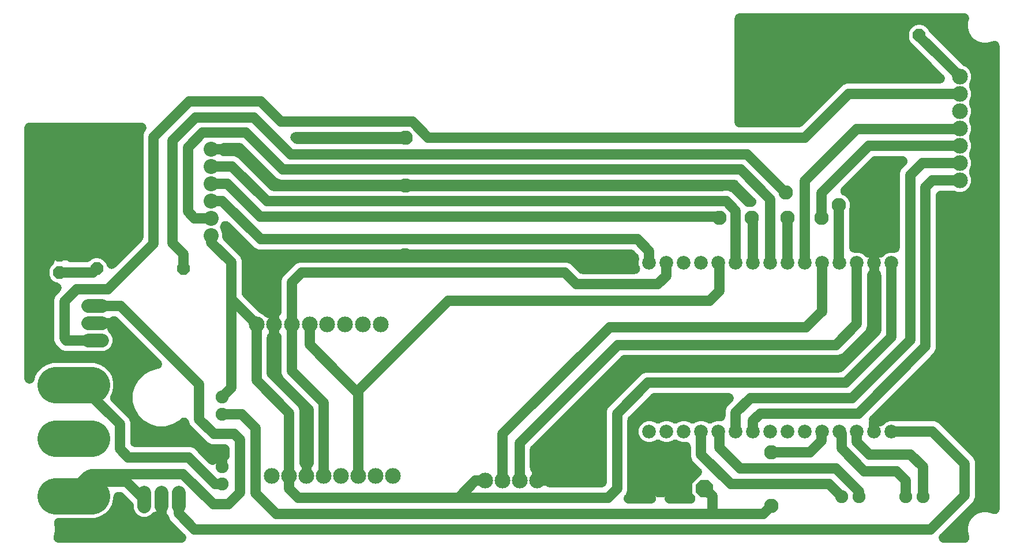
<source format=gbr>
G04 EAGLE Gerber RS-274X export*
G75*
%MOMM*%
%FSLAX34Y34*%
%LPD*%
%INBottom Copper*%
%IPPOS*%
%AMOC8*
5,1,8,0,0,1.08239X$1,22.5*%
G01*
%ADD10C,2.316000*%
%ADD11C,1.916000*%
%ADD12C,2.216000*%
%ADD13C,2.016000*%
%ADD14C,2.032000*%
%ADD15P,1.979475X8X112.500000*%
%ADD16P,1.979475X8X202.500000*%
%ADD17C,5.324000*%
%ADD18P,1.979475X8X22.500000*%
%ADD19P,2.749271X8X22.500000*%
%ADD20C,3.700000*%
%ADD21C,1.500000*%
%ADD22C,2.117600*%
%ADD23C,1.500000*%

G36*
X1389477Y9939D02*
X1389477Y9939D01*
X1389604Y9937D01*
X1389863Y9959D01*
X1390124Y9973D01*
X1390249Y9992D01*
X1390376Y10003D01*
X1390631Y10052D01*
X1390889Y10092D01*
X1391011Y10125D01*
X1391136Y10148D01*
X1391386Y10224D01*
X1391637Y10290D01*
X1391756Y10335D01*
X1391878Y10371D01*
X1392118Y10472D01*
X1392362Y10564D01*
X1392475Y10621D01*
X1392592Y10670D01*
X1392821Y10794D01*
X1393054Y10911D01*
X1393161Y10979D01*
X1393272Y11040D01*
X1393487Y11188D01*
X1393706Y11328D01*
X1393806Y11406D01*
X1393911Y11478D01*
X1394109Y11648D01*
X1394313Y11809D01*
X1394403Y11898D01*
X1394500Y11980D01*
X1394680Y12169D01*
X1394866Y12351D01*
X1394947Y12449D01*
X1395035Y12540D01*
X1395194Y12746D01*
X1395360Y12947D01*
X1395431Y13052D01*
X1395509Y13153D01*
X1395646Y13374D01*
X1395791Y13590D01*
X1395850Y13702D01*
X1395917Y13811D01*
X1396031Y14045D01*
X1396153Y14275D01*
X1396200Y14393D01*
X1396256Y14507D01*
X1396345Y14752D01*
X1396442Y14993D01*
X1396477Y15115D01*
X1396521Y15235D01*
X1396584Y15488D01*
X1396656Y15737D01*
X1396678Y15862D01*
X1396709Y15986D01*
X1396746Y16244D01*
X1396791Y16500D01*
X1396801Y16626D01*
X1396819Y16752D01*
X1396829Y17013D01*
X1396848Y17272D01*
X1396844Y17399D01*
X1396849Y17526D01*
X1396832Y17785D01*
X1396825Y18046D01*
X1396808Y18172D01*
X1396799Y18298D01*
X1396769Y18455D01*
X1396721Y18813D01*
X1396624Y19216D01*
X1396594Y19373D01*
X1394695Y26460D01*
X1394695Y33085D01*
X1396410Y39484D01*
X1399722Y45221D01*
X1404407Y49906D01*
X1410144Y53218D01*
X1416543Y54933D01*
X1423169Y54933D01*
X1429568Y53218D01*
X1429856Y53051D01*
X1430153Y52900D01*
X1430449Y52744D01*
X1430498Y52724D01*
X1430546Y52699D01*
X1430857Y52579D01*
X1431167Y52454D01*
X1431219Y52440D01*
X1431268Y52420D01*
X1431590Y52333D01*
X1431911Y52241D01*
X1431964Y52231D01*
X1432015Y52217D01*
X1432346Y52163D01*
X1432674Y52105D01*
X1432727Y52101D01*
X1432779Y52092D01*
X1433114Y52073D01*
X1433446Y52048D01*
X1433499Y52050D01*
X1433552Y52047D01*
X1433886Y52062D01*
X1434220Y52072D01*
X1434273Y52079D01*
X1434326Y52081D01*
X1434656Y52130D01*
X1434987Y52175D01*
X1435039Y52187D01*
X1435092Y52195D01*
X1435415Y52278D01*
X1435740Y52357D01*
X1435790Y52374D01*
X1435842Y52388D01*
X1436155Y52504D01*
X1436470Y52615D01*
X1436518Y52638D01*
X1436568Y52656D01*
X1436868Y52804D01*
X1437169Y52947D01*
X1437215Y52975D01*
X1437263Y52999D01*
X1437546Y53176D01*
X1437831Y53350D01*
X1437873Y53382D01*
X1437918Y53410D01*
X1438182Y53617D01*
X1438447Y53818D01*
X1438486Y53855D01*
X1438528Y53888D01*
X1438769Y54120D01*
X1439012Y54348D01*
X1439047Y54388D01*
X1439085Y54425D01*
X1439300Y54681D01*
X1439519Y54933D01*
X1439550Y54977D01*
X1439584Y55018D01*
X1439771Y55294D01*
X1439963Y55568D01*
X1439989Y55614D01*
X1440019Y55658D01*
X1440177Y55953D01*
X1440339Y56244D01*
X1440360Y56293D01*
X1440386Y56340D01*
X1440512Y56649D01*
X1440644Y56956D01*
X1440660Y57007D01*
X1440680Y57056D01*
X1440775Y57377D01*
X1440873Y57696D01*
X1440884Y57748D01*
X1440899Y57799D01*
X1440960Y58128D01*
X1441025Y58455D01*
X1441029Y58498D01*
X1441040Y58560D01*
X1441102Y59332D01*
X1441099Y59463D01*
X1441105Y59546D01*
X1441105Y739998D01*
X1441088Y740332D01*
X1441076Y740665D01*
X1441068Y740718D01*
X1441065Y740771D01*
X1441014Y741101D01*
X1440967Y741432D01*
X1440954Y741484D01*
X1440946Y741536D01*
X1440861Y741858D01*
X1440780Y742183D01*
X1440762Y742234D01*
X1440748Y742285D01*
X1440630Y742596D01*
X1440516Y742911D01*
X1440493Y742960D01*
X1440474Y743009D01*
X1440325Y743307D01*
X1440179Y743608D01*
X1440151Y743654D01*
X1440127Y743701D01*
X1439947Y743984D01*
X1439772Y744267D01*
X1439739Y744309D01*
X1439710Y744354D01*
X1439503Y744616D01*
X1439299Y744880D01*
X1439262Y744919D01*
X1439229Y744960D01*
X1438995Y745199D01*
X1438765Y745441D01*
X1438724Y745476D01*
X1438687Y745514D01*
X1438430Y745727D01*
X1438176Y745944D01*
X1438132Y745974D01*
X1438091Y746008D01*
X1437813Y746194D01*
X1437539Y746383D01*
X1437492Y746409D01*
X1437448Y746439D01*
X1437152Y746595D01*
X1436859Y746755D01*
X1436810Y746775D01*
X1436763Y746800D01*
X1436453Y746925D01*
X1436145Y747054D01*
X1436094Y747070D01*
X1436045Y747090D01*
X1435724Y747182D01*
X1435404Y747279D01*
X1435352Y747289D01*
X1435301Y747303D01*
X1434972Y747362D01*
X1434644Y747425D01*
X1434591Y747430D01*
X1434538Y747439D01*
X1434205Y747464D01*
X1433873Y747493D01*
X1433819Y747492D01*
X1433766Y747496D01*
X1433433Y747486D01*
X1433098Y747480D01*
X1433045Y747474D01*
X1432992Y747472D01*
X1432662Y747428D01*
X1432330Y747388D01*
X1432278Y747376D01*
X1432225Y747369D01*
X1431899Y747290D01*
X1431574Y747217D01*
X1431524Y747200D01*
X1431472Y747187D01*
X1431156Y747076D01*
X1430841Y746969D01*
X1430802Y746950D01*
X1430742Y746929D01*
X1430043Y746597D01*
X1429931Y746529D01*
X1429856Y746493D01*
X1429568Y746326D01*
X1423169Y744611D01*
X1416543Y744611D01*
X1410144Y746326D01*
X1404407Y749638D01*
X1399722Y754323D01*
X1396410Y760060D01*
X1394695Y766459D01*
X1394695Y773084D01*
X1396165Y778571D01*
X1396192Y778696D01*
X1396227Y778817D01*
X1396272Y779073D01*
X1396327Y779328D01*
X1396341Y779455D01*
X1396363Y779580D01*
X1396382Y779839D01*
X1396410Y780098D01*
X1396410Y780225D01*
X1396419Y780352D01*
X1396411Y780612D01*
X1396412Y780872D01*
X1396400Y780999D01*
X1396396Y781126D01*
X1396361Y781384D01*
X1396335Y781643D01*
X1396310Y781767D01*
X1396293Y781893D01*
X1396232Y782146D01*
X1396179Y782401D01*
X1396141Y782523D01*
X1396111Y782646D01*
X1396024Y782891D01*
X1395946Y783140D01*
X1395895Y783256D01*
X1395853Y783376D01*
X1395741Y783611D01*
X1395637Y783850D01*
X1395575Y783961D01*
X1395520Y784075D01*
X1395385Y784297D01*
X1395257Y784524D01*
X1395184Y784628D01*
X1395118Y784737D01*
X1394960Y784944D01*
X1394810Y785156D01*
X1394726Y785252D01*
X1394649Y785353D01*
X1394471Y785543D01*
X1394299Y785739D01*
X1394206Y785825D01*
X1394119Y785918D01*
X1393923Y786088D01*
X1393732Y786265D01*
X1393630Y786342D01*
X1393534Y786425D01*
X1393321Y786574D01*
X1393113Y786731D01*
X1393004Y786796D01*
X1392900Y786869D01*
X1392673Y786996D01*
X1392449Y787130D01*
X1392334Y787184D01*
X1392223Y787245D01*
X1391984Y787348D01*
X1391748Y787458D01*
X1391628Y787500D01*
X1391511Y787550D01*
X1391263Y787627D01*
X1391017Y787713D01*
X1390893Y787742D01*
X1390772Y787779D01*
X1390517Y787830D01*
X1390263Y787890D01*
X1390137Y787907D01*
X1390013Y787931D01*
X1389853Y787943D01*
X1389495Y787989D01*
X1389081Y788000D01*
X1388922Y788011D01*
X1059856Y788011D01*
X1059549Y787995D01*
X1059242Y787986D01*
X1059163Y787975D01*
X1059083Y787971D01*
X1058780Y787924D01*
X1058475Y787883D01*
X1058397Y787864D01*
X1058318Y787852D01*
X1058022Y787774D01*
X1057722Y787701D01*
X1057646Y787674D01*
X1057569Y787654D01*
X1057283Y787546D01*
X1056992Y787443D01*
X1056920Y787408D01*
X1056845Y787380D01*
X1056571Y787243D01*
X1056293Y787111D01*
X1056224Y787069D01*
X1056153Y787033D01*
X1055894Y786868D01*
X1055631Y786708D01*
X1055568Y786660D01*
X1055500Y786616D01*
X1055260Y786426D01*
X1055015Y786239D01*
X1054956Y786185D01*
X1054894Y786135D01*
X1054674Y785920D01*
X1054450Y785710D01*
X1054398Y785649D01*
X1054340Y785593D01*
X1054144Y785356D01*
X1053943Y785125D01*
X1053897Y785059D01*
X1053846Y784997D01*
X1053675Y784742D01*
X1053499Y784490D01*
X1053460Y784420D01*
X1053416Y784354D01*
X1053272Y784082D01*
X1053123Y783814D01*
X1053091Y783740D01*
X1053054Y783669D01*
X1052939Y783384D01*
X1052818Y783102D01*
X1052794Y783025D01*
X1052764Y782951D01*
X1052680Y782656D01*
X1052589Y782362D01*
X1052573Y782284D01*
X1052551Y782207D01*
X1052497Y781905D01*
X1052437Y781603D01*
X1052432Y781539D01*
X1052415Y781444D01*
X1052358Y780672D01*
X1052361Y780576D01*
X1052357Y780512D01*
X1052357Y627726D01*
X1052373Y627419D01*
X1052382Y627112D01*
X1052393Y627033D01*
X1052397Y626953D01*
X1052444Y626650D01*
X1052485Y626345D01*
X1052504Y626267D01*
X1052516Y626188D01*
X1052594Y625891D01*
X1052667Y625592D01*
X1052694Y625516D01*
X1052714Y625439D01*
X1052822Y625153D01*
X1052925Y624862D01*
X1052960Y624790D01*
X1052988Y624715D01*
X1053125Y624441D01*
X1053257Y624163D01*
X1053299Y624094D01*
X1053335Y624023D01*
X1053500Y623764D01*
X1053660Y623501D01*
X1053708Y623438D01*
X1053752Y623370D01*
X1053942Y623130D01*
X1054129Y622885D01*
X1054184Y622826D01*
X1054233Y622764D01*
X1054448Y622544D01*
X1054658Y622320D01*
X1054719Y622268D01*
X1054775Y622210D01*
X1055012Y622014D01*
X1055243Y621813D01*
X1055309Y621767D01*
X1055371Y621716D01*
X1055626Y621545D01*
X1055878Y621369D01*
X1055948Y621330D01*
X1056014Y621285D01*
X1056286Y621142D01*
X1056554Y620993D01*
X1056628Y620961D01*
X1056699Y620924D01*
X1056984Y620809D01*
X1057266Y620688D01*
X1057343Y620664D01*
X1057417Y620634D01*
X1057712Y620550D01*
X1058006Y620459D01*
X1058084Y620443D01*
X1058161Y620421D01*
X1058463Y620367D01*
X1058765Y620307D01*
X1058829Y620302D01*
X1058924Y620285D01*
X1059696Y620228D01*
X1059793Y620231D01*
X1059856Y620227D01*
X1145820Y620227D01*
X1145894Y620231D01*
X1145968Y620228D01*
X1146281Y620251D01*
X1146594Y620267D01*
X1146666Y620278D01*
X1146740Y620283D01*
X1147049Y620338D01*
X1147359Y620386D01*
X1147430Y620405D01*
X1147502Y620418D01*
X1147805Y620504D01*
X1148107Y620584D01*
X1148176Y620610D01*
X1148247Y620630D01*
X1148539Y620747D01*
X1148832Y620858D01*
X1148897Y620891D01*
X1148966Y620918D01*
X1149243Y621064D01*
X1149524Y621205D01*
X1149586Y621245D01*
X1149651Y621279D01*
X1149912Y621453D01*
X1150176Y621622D01*
X1150234Y621667D01*
X1150295Y621708D01*
X1150409Y621806D01*
X1150783Y622103D01*
X1151007Y622323D01*
X1151123Y622423D01*
X1211291Y682591D01*
X1216848Y684893D01*
X1353297Y684893D01*
X1353450Y684901D01*
X1353604Y684899D01*
X1353837Y684921D01*
X1354070Y684933D01*
X1354222Y684956D01*
X1354375Y684971D01*
X1354604Y685016D01*
X1354835Y685052D01*
X1354983Y685091D01*
X1355134Y685121D01*
X1355358Y685190D01*
X1355583Y685250D01*
X1355727Y685304D01*
X1355874Y685350D01*
X1356089Y685441D01*
X1356308Y685524D01*
X1356445Y685593D01*
X1356586Y685653D01*
X1356791Y685766D01*
X1357000Y685871D01*
X1357129Y685954D01*
X1357264Y686028D01*
X1357456Y686162D01*
X1357653Y686288D01*
X1357773Y686383D01*
X1357899Y686471D01*
X1358076Y686624D01*
X1358259Y686769D01*
X1358369Y686877D01*
X1358485Y686977D01*
X1358645Y687147D01*
X1358812Y687311D01*
X1358910Y687429D01*
X1359016Y687541D01*
X1359157Y687726D01*
X1359307Y687907D01*
X1359392Y688035D01*
X1359485Y688157D01*
X1359607Y688356D01*
X1359737Y688550D01*
X1359809Y688686D01*
X1359889Y688817D01*
X1359990Y689028D01*
X1360099Y689235D01*
X1360156Y689378D01*
X1360222Y689516D01*
X1360301Y689736D01*
X1360388Y689953D01*
X1360431Y690101D01*
X1360482Y690246D01*
X1360537Y690473D01*
X1360602Y690697D01*
X1360629Y690848D01*
X1360665Y690998D01*
X1360697Y691230D01*
X1360738Y691460D01*
X1360749Y691613D01*
X1360770Y691765D01*
X1360777Y691999D01*
X1360794Y692232D01*
X1360789Y692385D01*
X1360794Y692539D01*
X1360778Y692772D01*
X1360771Y693006D01*
X1360750Y693158D01*
X1360739Y693311D01*
X1360699Y693541D01*
X1360668Y693773D01*
X1360631Y693923D01*
X1360605Y694074D01*
X1360541Y694298D01*
X1360486Y694526D01*
X1360435Y694671D01*
X1360392Y694819D01*
X1360305Y695036D01*
X1360227Y695256D01*
X1360162Y695395D01*
X1360104Y695537D01*
X1359996Y695744D01*
X1359895Y695955D01*
X1359815Y696087D01*
X1359744Y696222D01*
X1359614Y696417D01*
X1359493Y696617D01*
X1359400Y696739D01*
X1359314Y696867D01*
X1359214Y696983D01*
X1359024Y697233D01*
X1358698Y697581D01*
X1358599Y697695D01*
X1348321Y707973D01*
X1348320Y707974D01*
X1341958Y714336D01*
X1341957Y714337D01*
X1315846Y740448D01*
X1310537Y745757D01*
X1309187Y749017D01*
X1309122Y749153D01*
X1309066Y749293D01*
X1308956Y749502D01*
X1308854Y749716D01*
X1308820Y749771D01*
X1308774Y749946D01*
X1308608Y750385D01*
X1308560Y750529D01*
X1308235Y751314D01*
X1308235Y758780D01*
X1308560Y759565D01*
X1308611Y759706D01*
X1308670Y759845D01*
X1308740Y760071D01*
X1308819Y760294D01*
X1308855Y760441D01*
X1308899Y760584D01*
X1308946Y760816D01*
X1309002Y761047D01*
X1309022Y761196D01*
X1309051Y761343D01*
X1309063Y761498D01*
X1309087Y761674D01*
X1309105Y761694D01*
X1309194Y761816D01*
X1309290Y761932D01*
X1309422Y762128D01*
X1309561Y762320D01*
X1309637Y762450D01*
X1309721Y762575D01*
X1309790Y762713D01*
X1309951Y762989D01*
X1310144Y763416D01*
X1310212Y763552D01*
X1310537Y764337D01*
X1314791Y768591D01*
X1315576Y768916D01*
X1315712Y768981D01*
X1315851Y769037D01*
X1316061Y769147D01*
X1316275Y769249D01*
X1316404Y769327D01*
X1316537Y769397D01*
X1316733Y769528D01*
X1316936Y769652D01*
X1317056Y769743D01*
X1317181Y769827D01*
X1317298Y769928D01*
X1317439Y770035D01*
X1317467Y770037D01*
X1317615Y770060D01*
X1317765Y770074D01*
X1317998Y770120D01*
X1318232Y770156D01*
X1318377Y770195D01*
X1318525Y770224D01*
X1318672Y770272D01*
X1318980Y770354D01*
X1319419Y770520D01*
X1319563Y770568D01*
X1320348Y770893D01*
X1326364Y770893D01*
X1327149Y770568D01*
X1327290Y770517D01*
X1327429Y770458D01*
X1327655Y770388D01*
X1327878Y770309D01*
X1328025Y770273D01*
X1328168Y770229D01*
X1328400Y770182D01*
X1328631Y770126D01*
X1328780Y770106D01*
X1328927Y770077D01*
X1329082Y770065D01*
X1329258Y770041D01*
X1329278Y770023D01*
X1329400Y769934D01*
X1329516Y769838D01*
X1329712Y769706D01*
X1329904Y769567D01*
X1330034Y769491D01*
X1330159Y769407D01*
X1330297Y769338D01*
X1330573Y769177D01*
X1331000Y768984D01*
X1331136Y768916D01*
X1331921Y768591D01*
X1336175Y764337D01*
X1336500Y763552D01*
X1336565Y763416D01*
X1336621Y763277D01*
X1336731Y763067D01*
X1336833Y762853D01*
X1336911Y762724D01*
X1336981Y762591D01*
X1337112Y762395D01*
X1337236Y762192D01*
X1337327Y762072D01*
X1337411Y761947D01*
X1337512Y761830D01*
X1337705Y761576D01*
X1338026Y761234D01*
X1338126Y761119D01*
X1338909Y760336D01*
X1338976Y760232D01*
X1339021Y760174D01*
X1339062Y760113D01*
X1339160Y759999D01*
X1339457Y759625D01*
X1339677Y759401D01*
X1339777Y759285D01*
X1363341Y735721D01*
X1363342Y735720D01*
X1369704Y729358D01*
X1369705Y729357D01*
X1387551Y711511D01*
X1387663Y711410D01*
X1387768Y711303D01*
X1387950Y711151D01*
X1388126Y710993D01*
X1388247Y710904D01*
X1388363Y710808D01*
X1388560Y710676D01*
X1388751Y710536D01*
X1388881Y710460D01*
X1389006Y710377D01*
X1389144Y710307D01*
X1389421Y710147D01*
X1389848Y709954D01*
X1389984Y709885D01*
X1392324Y708916D01*
X1397010Y704230D01*
X1399547Y698106D01*
X1399547Y691478D01*
X1396848Y684962D01*
X1396823Y684892D01*
X1396793Y684825D01*
X1396694Y684528D01*
X1396589Y684232D01*
X1396571Y684161D01*
X1396548Y684091D01*
X1396480Y683784D01*
X1396406Y683480D01*
X1396396Y683407D01*
X1396381Y683335D01*
X1396345Y683023D01*
X1396303Y682712D01*
X1396300Y682639D01*
X1396292Y682566D01*
X1396288Y682252D01*
X1396278Y681938D01*
X1396284Y681865D01*
X1396283Y681791D01*
X1396312Y681479D01*
X1396334Y681166D01*
X1396347Y681094D01*
X1396354Y681020D01*
X1396415Y680712D01*
X1396469Y680404D01*
X1396490Y680333D01*
X1396504Y680261D01*
X1396551Y680117D01*
X1396682Y679659D01*
X1396799Y679368D01*
X1396848Y679222D01*
X1399547Y672706D01*
X1399547Y666078D01*
X1396848Y659562D01*
X1396823Y659492D01*
X1396793Y659425D01*
X1396694Y659128D01*
X1396589Y658832D01*
X1396571Y658761D01*
X1396548Y658691D01*
X1396480Y658384D01*
X1396406Y658080D01*
X1396396Y658007D01*
X1396381Y657935D01*
X1396345Y657623D01*
X1396303Y657312D01*
X1396300Y657239D01*
X1396292Y657166D01*
X1396288Y656852D01*
X1396278Y656538D01*
X1396284Y656465D01*
X1396283Y656391D01*
X1396312Y656079D01*
X1396334Y655766D01*
X1396347Y655694D01*
X1396354Y655620D01*
X1396415Y655312D01*
X1396469Y655004D01*
X1396490Y654933D01*
X1396504Y654861D01*
X1396551Y654717D01*
X1396682Y654259D01*
X1396799Y653968D01*
X1396848Y653822D01*
X1399547Y647306D01*
X1399547Y640678D01*
X1396848Y634162D01*
X1396823Y634092D01*
X1396793Y634025D01*
X1396694Y633728D01*
X1396589Y633432D01*
X1396571Y633361D01*
X1396548Y633291D01*
X1396480Y632984D01*
X1396406Y632680D01*
X1396396Y632607D01*
X1396381Y632535D01*
X1396345Y632223D01*
X1396303Y631912D01*
X1396300Y631839D01*
X1396292Y631766D01*
X1396288Y631452D01*
X1396278Y631138D01*
X1396284Y631065D01*
X1396283Y630991D01*
X1396312Y630679D01*
X1396334Y630366D01*
X1396347Y630294D01*
X1396354Y630220D01*
X1396415Y629912D01*
X1396469Y629604D01*
X1396490Y629533D01*
X1396504Y629461D01*
X1396551Y629317D01*
X1396682Y628859D01*
X1396799Y628568D01*
X1396848Y628422D01*
X1399547Y621906D01*
X1399547Y615278D01*
X1396848Y608762D01*
X1396823Y608693D01*
X1396793Y608625D01*
X1396693Y608327D01*
X1396589Y608032D01*
X1396571Y607961D01*
X1396548Y607891D01*
X1396480Y607584D01*
X1396406Y607280D01*
X1396396Y607207D01*
X1396381Y607135D01*
X1396345Y606823D01*
X1396303Y606512D01*
X1396300Y606439D01*
X1396292Y606366D01*
X1396288Y606053D01*
X1396278Y605738D01*
X1396284Y605665D01*
X1396283Y605591D01*
X1396312Y605279D01*
X1396334Y604966D01*
X1396347Y604894D01*
X1396354Y604820D01*
X1396415Y604512D01*
X1396469Y604204D01*
X1396490Y604133D01*
X1396504Y604061D01*
X1396551Y603918D01*
X1396682Y603459D01*
X1396799Y603168D01*
X1396848Y603022D01*
X1399547Y596506D01*
X1399547Y589878D01*
X1396848Y583362D01*
X1396823Y583293D01*
X1396793Y583225D01*
X1396693Y582927D01*
X1396589Y582632D01*
X1396571Y582561D01*
X1396548Y582491D01*
X1396480Y582184D01*
X1396406Y581880D01*
X1396396Y581807D01*
X1396381Y581735D01*
X1396345Y581423D01*
X1396303Y581112D01*
X1396300Y581039D01*
X1396292Y580966D01*
X1396288Y580653D01*
X1396278Y580338D01*
X1396284Y580265D01*
X1396283Y580191D01*
X1396312Y579879D01*
X1396334Y579566D01*
X1396347Y579494D01*
X1396354Y579420D01*
X1396415Y579112D01*
X1396469Y578804D01*
X1396490Y578733D01*
X1396504Y578661D01*
X1396551Y578518D01*
X1396682Y578059D01*
X1396799Y577768D01*
X1396848Y577622D01*
X1399547Y571106D01*
X1399547Y564478D01*
X1396848Y557962D01*
X1396823Y557893D01*
X1396793Y557825D01*
X1396693Y557527D01*
X1396589Y557232D01*
X1396571Y557161D01*
X1396548Y557091D01*
X1396480Y556784D01*
X1396406Y556480D01*
X1396396Y556407D01*
X1396381Y556335D01*
X1396345Y556023D01*
X1396303Y555712D01*
X1396300Y555639D01*
X1396292Y555566D01*
X1396288Y555253D01*
X1396278Y554938D01*
X1396284Y554865D01*
X1396283Y554791D01*
X1396312Y554479D01*
X1396334Y554166D01*
X1396347Y554094D01*
X1396354Y554020D01*
X1396415Y553712D01*
X1396469Y553404D01*
X1396490Y553333D01*
X1396504Y553261D01*
X1396551Y553118D01*
X1396682Y552659D01*
X1396799Y552368D01*
X1396848Y552222D01*
X1399547Y545706D01*
X1399547Y539078D01*
X1397010Y532954D01*
X1392324Y528268D01*
X1386200Y525731D01*
X1379572Y525731D01*
X1377232Y526700D01*
X1377091Y526751D01*
X1376952Y526810D01*
X1376726Y526880D01*
X1376503Y526959D01*
X1376356Y526995D01*
X1376213Y527039D01*
X1375980Y527086D01*
X1375750Y527142D01*
X1375601Y527162D01*
X1375453Y527191D01*
X1375299Y527203D01*
X1374983Y527246D01*
X1374514Y527260D01*
X1374362Y527271D01*
X1355096Y527271D01*
X1354789Y527255D01*
X1354482Y527246D01*
X1354403Y527235D01*
X1354323Y527231D01*
X1354020Y527184D01*
X1353715Y527143D01*
X1353637Y527124D01*
X1353558Y527112D01*
X1353261Y527034D01*
X1352962Y526961D01*
X1352886Y526934D01*
X1352809Y526914D01*
X1352523Y526806D01*
X1352232Y526703D01*
X1352160Y526668D01*
X1352085Y526640D01*
X1351811Y526503D01*
X1351533Y526371D01*
X1351464Y526329D01*
X1351393Y526293D01*
X1351134Y526128D01*
X1350871Y525968D01*
X1350808Y525920D01*
X1350740Y525876D01*
X1350500Y525686D01*
X1350255Y525499D01*
X1350196Y525445D01*
X1350134Y525395D01*
X1349914Y525180D01*
X1349690Y524970D01*
X1349638Y524909D01*
X1349580Y524853D01*
X1349384Y524616D01*
X1349183Y524385D01*
X1349137Y524319D01*
X1349086Y524257D01*
X1348915Y524002D01*
X1348739Y523750D01*
X1348700Y523680D01*
X1348655Y523614D01*
X1348512Y523342D01*
X1348363Y523074D01*
X1348331Y523000D01*
X1348294Y522929D01*
X1348179Y522644D01*
X1348058Y522362D01*
X1348034Y522285D01*
X1348004Y522211D01*
X1347920Y521916D01*
X1347829Y521622D01*
X1347813Y521544D01*
X1347791Y521467D01*
X1347737Y521165D01*
X1347677Y520863D01*
X1347672Y520799D01*
X1347655Y520704D01*
X1347598Y519932D01*
X1347601Y519836D01*
X1347597Y519772D01*
X1347597Y295405D01*
X1345295Y289848D01*
X1339986Y284539D01*
X1251702Y196255D01*
X1251599Y196141D01*
X1251489Y196033D01*
X1251340Y195853D01*
X1251183Y195680D01*
X1251093Y195556D01*
X1250995Y195437D01*
X1250865Y195243D01*
X1250727Y195054D01*
X1250649Y194921D01*
X1250564Y194794D01*
X1250455Y194587D01*
X1250337Y194385D01*
X1250274Y194245D01*
X1250202Y194109D01*
X1250115Y193892D01*
X1250019Y193679D01*
X1249970Y193533D01*
X1249913Y193391D01*
X1249849Y193166D01*
X1249775Y192944D01*
X1249742Y192794D01*
X1249699Y192647D01*
X1249658Y192417D01*
X1249608Y192188D01*
X1249590Y192036D01*
X1249564Y191884D01*
X1249546Y191651D01*
X1249520Y191419D01*
X1249518Y191265D01*
X1249507Y191112D01*
X1249514Y190879D01*
X1249512Y190645D01*
X1249526Y190492D01*
X1249530Y190338D01*
X1249562Y190106D01*
X1249583Y189874D01*
X1249613Y189723D01*
X1249634Y189571D01*
X1249688Y189343D01*
X1249734Y189114D01*
X1249757Y189041D01*
X1249757Y173372D01*
X1249772Y173065D01*
X1249782Y172759D01*
X1249792Y172679D01*
X1249797Y172599D01*
X1249844Y172296D01*
X1249885Y171991D01*
X1249904Y171913D01*
X1249916Y171834D01*
X1249994Y171538D01*
X1250067Y171238D01*
X1250093Y171163D01*
X1250114Y171085D01*
X1250222Y170799D01*
X1250325Y170509D01*
X1250359Y170436D01*
X1250388Y170361D01*
X1250525Y170087D01*
X1250657Y169809D01*
X1250699Y169741D01*
X1250735Y169669D01*
X1250900Y169410D01*
X1251060Y169148D01*
X1251108Y169084D01*
X1251151Y169016D01*
X1251342Y168776D01*
X1251528Y168531D01*
X1251583Y168473D01*
X1251633Y168410D01*
X1251848Y168191D01*
X1252058Y167967D01*
X1252119Y167914D01*
X1252175Y167857D01*
X1252411Y167660D01*
X1252643Y167459D01*
X1252709Y167414D01*
X1252771Y167362D01*
X1253026Y167191D01*
X1253277Y167015D01*
X1253348Y166976D01*
X1253414Y166932D01*
X1253686Y166788D01*
X1253954Y166639D01*
X1254028Y166607D01*
X1254099Y166570D01*
X1254384Y166455D01*
X1254666Y166334D01*
X1254743Y166311D01*
X1254817Y166281D01*
X1255112Y166196D01*
X1255406Y166105D01*
X1255484Y166089D01*
X1255561Y166067D01*
X1255863Y166013D01*
X1256165Y165953D01*
X1256228Y165948D01*
X1256323Y165931D01*
X1257096Y165875D01*
X1257192Y165878D01*
X1257256Y165873D01*
X1257563Y165889D01*
X1257870Y165898D01*
X1257949Y165909D01*
X1258029Y165913D01*
X1258333Y165960D01*
X1258637Y166001D01*
X1258715Y166020D01*
X1258794Y166033D01*
X1259091Y166111D01*
X1259390Y166183D01*
X1259466Y166210D01*
X1259543Y166230D01*
X1259829Y166339D01*
X1260120Y166441D01*
X1260193Y166476D01*
X1260267Y166504D01*
X1260542Y166642D01*
X1260819Y166774D01*
X1260888Y166815D01*
X1260959Y166851D01*
X1261218Y167017D01*
X1261481Y167176D01*
X1261545Y167225D01*
X1261612Y167268D01*
X1261852Y167459D01*
X1262097Y167645D01*
X1262156Y167700D01*
X1262218Y167750D01*
X1262438Y167964D01*
X1262662Y168175D01*
X1262714Y168235D01*
X1262772Y168291D01*
X1262968Y168528D01*
X1263169Y168760D01*
X1263215Y168825D01*
X1263266Y168887D01*
X1263437Y169143D01*
X1263613Y169394D01*
X1263652Y169464D01*
X1263697Y169531D01*
X1263840Y169802D01*
X1263989Y170071D01*
X1264021Y170144D01*
X1264058Y170215D01*
X1264173Y170500D01*
X1264294Y170783D01*
X1264318Y170859D01*
X1264348Y170933D01*
X1264432Y171229D01*
X1264524Y171522D01*
X1264539Y171601D01*
X1264561Y171678D01*
X1264615Y171980D01*
X1264676Y172281D01*
X1264680Y172345D01*
X1264697Y172440D01*
X1264754Y173212D01*
X1264751Y173309D01*
X1264755Y173372D01*
X1264755Y181273D01*
X1264802Y181267D01*
X1265086Y181220D01*
X1265186Y181215D01*
X1265285Y181201D01*
X1265572Y181192D01*
X1265859Y181175D01*
X1265959Y181179D01*
X1266059Y181176D01*
X1266345Y181197D01*
X1266632Y181209D01*
X1266732Y181224D01*
X1266831Y181231D01*
X1267114Y181281D01*
X1267398Y181323D01*
X1267495Y181348D01*
X1267594Y181366D01*
X1267869Y181444D01*
X1268148Y181516D01*
X1268242Y181551D01*
X1268339Y181578D01*
X1268604Y181685D01*
X1268874Y181785D01*
X1268964Y181829D01*
X1269057Y181866D01*
X1269311Y182000D01*
X1269569Y182127D01*
X1269654Y182180D01*
X1269743Y182227D01*
X1269982Y182386D01*
X1270224Y182539D01*
X1270303Y182600D01*
X1270387Y182656D01*
X1270508Y182761D01*
X1270834Y183016D01*
X1271094Y183267D01*
X1271215Y183371D01*
X1274068Y186225D01*
X1279640Y188533D01*
X1286534Y188533D01*
X1286639Y188519D01*
X1287108Y188504D01*
X1287260Y188493D01*
X1345664Y188493D01*
X1351221Y186191D01*
X1356529Y180883D01*
X1356530Y180882D01*
X1397366Y140046D01*
X1397367Y140045D01*
X1402675Y134737D01*
X1404977Y129180D01*
X1404977Y76764D01*
X1402675Y71207D01*
X1354203Y22735D01*
X1354100Y22621D01*
X1353990Y22513D01*
X1353840Y22333D01*
X1353684Y22160D01*
X1353594Y22036D01*
X1353495Y21917D01*
X1353365Y21723D01*
X1353228Y21534D01*
X1353150Y21401D01*
X1353065Y21274D01*
X1352956Y21067D01*
X1352838Y20865D01*
X1352775Y20725D01*
X1352703Y20589D01*
X1352616Y20372D01*
X1352520Y20159D01*
X1352471Y20013D01*
X1352414Y19871D01*
X1352349Y19646D01*
X1352276Y19424D01*
X1352243Y19274D01*
X1352200Y19127D01*
X1352159Y18897D01*
X1352109Y18668D01*
X1352091Y18516D01*
X1352064Y18364D01*
X1352047Y18131D01*
X1352021Y17899D01*
X1352019Y17745D01*
X1352008Y17592D01*
X1352015Y17359D01*
X1352012Y17125D01*
X1352027Y16972D01*
X1352031Y16818D01*
X1352063Y16586D01*
X1352084Y16354D01*
X1352114Y16203D01*
X1352134Y16051D01*
X1352189Y15823D01*
X1352235Y15594D01*
X1352280Y15448D01*
X1352316Y15298D01*
X1352394Y15078D01*
X1352463Y14854D01*
X1352523Y14713D01*
X1352575Y14568D01*
X1352675Y14357D01*
X1352766Y14142D01*
X1352841Y14008D01*
X1352907Y13869D01*
X1353028Y13669D01*
X1353142Y13465D01*
X1353229Y13339D01*
X1353309Y13207D01*
X1353451Y13021D01*
X1353585Y12830D01*
X1353685Y12713D01*
X1353778Y12591D01*
X1353938Y12420D01*
X1354091Y12244D01*
X1354203Y12138D01*
X1354308Y12026D01*
X1354484Y11873D01*
X1354655Y11713D01*
X1354777Y11620D01*
X1354893Y11519D01*
X1355084Y11385D01*
X1355270Y11243D01*
X1355401Y11163D01*
X1355527Y11075D01*
X1355731Y10961D01*
X1355931Y10840D01*
X1356069Y10773D01*
X1356204Y10699D01*
X1356419Y10607D01*
X1356630Y10506D01*
X1356774Y10455D01*
X1356916Y10394D01*
X1357139Y10325D01*
X1357359Y10246D01*
X1357508Y10210D01*
X1357655Y10165D01*
X1357885Y10119D01*
X1358111Y10063D01*
X1358263Y10043D01*
X1358414Y10013D01*
X1358568Y10001D01*
X1358879Y9959D01*
X1359356Y9944D01*
X1359505Y9933D01*
X1389350Y9933D01*
X1389477Y9939D01*
G37*
G36*
X300259Y113989D02*
X300259Y113989D01*
X300566Y113998D01*
X300645Y114009D01*
X300725Y114013D01*
X301029Y114060D01*
X301333Y114101D01*
X301411Y114120D01*
X301490Y114133D01*
X301787Y114211D01*
X302086Y114283D01*
X302162Y114310D01*
X302239Y114330D01*
X302525Y114439D01*
X302816Y114541D01*
X302889Y114576D01*
X302963Y114604D01*
X303238Y114742D01*
X303515Y114874D01*
X303584Y114915D01*
X303655Y114951D01*
X303914Y115117D01*
X304177Y115276D01*
X304241Y115325D01*
X304308Y115368D01*
X304548Y115559D01*
X304793Y115745D01*
X304852Y115800D01*
X304914Y115850D01*
X305134Y116064D01*
X305358Y116275D01*
X305410Y116335D01*
X305468Y116391D01*
X305664Y116628D01*
X305865Y116860D01*
X305911Y116925D01*
X305962Y116987D01*
X306133Y117242D01*
X306309Y117494D01*
X306348Y117564D01*
X306393Y117631D01*
X306536Y117902D01*
X306685Y118171D01*
X306717Y118244D01*
X306754Y118315D01*
X306869Y118599D01*
X306990Y118883D01*
X307014Y118959D01*
X307044Y119033D01*
X307128Y119329D01*
X307220Y119622D01*
X307235Y119701D01*
X307257Y119778D01*
X307311Y120080D01*
X307372Y120381D01*
X307376Y120445D01*
X307393Y120540D01*
X307450Y121312D01*
X307447Y121409D01*
X307451Y121472D01*
X307451Y131612D01*
X307547Y131670D01*
X307774Y131798D01*
X307878Y131871D01*
X307987Y131938D01*
X308194Y132095D01*
X308406Y132245D01*
X308502Y132329D01*
X308603Y132406D01*
X308793Y132584D01*
X308988Y132756D01*
X309075Y132849D01*
X309168Y132936D01*
X309338Y133132D01*
X309515Y133323D01*
X309592Y133425D01*
X309675Y133521D01*
X309824Y133734D01*
X309981Y133942D01*
X310046Y134051D01*
X310119Y134155D01*
X310245Y134382D01*
X310380Y134606D01*
X310433Y134721D01*
X310495Y134832D01*
X310598Y135071D01*
X310708Y135307D01*
X310750Y135427D01*
X310800Y135544D01*
X310877Y135793D01*
X310963Y136038D01*
X310992Y136162D01*
X311029Y136283D01*
X311080Y136538D01*
X311140Y136792D01*
X311157Y136918D01*
X311181Y137043D01*
X311193Y137202D01*
X311239Y137560D01*
X311250Y137975D01*
X311261Y138134D01*
X311261Y147306D01*
X311245Y147613D01*
X311236Y147920D01*
X311225Y147999D01*
X311221Y148079D01*
X311174Y148382D01*
X311133Y148687D01*
X311114Y148765D01*
X311102Y148844D01*
X311024Y149141D01*
X310951Y149440D01*
X310924Y149516D01*
X310904Y149593D01*
X310796Y149879D01*
X310693Y150170D01*
X310658Y150242D01*
X310630Y150317D01*
X310493Y150591D01*
X310361Y150869D01*
X310319Y150938D01*
X310283Y151009D01*
X310118Y151268D01*
X309958Y151531D01*
X309910Y151594D01*
X309866Y151662D01*
X309676Y151902D01*
X309489Y152147D01*
X309435Y152206D01*
X309385Y152268D01*
X309170Y152488D01*
X308960Y152712D01*
X308899Y152764D01*
X308843Y152822D01*
X308606Y153018D01*
X308375Y153219D01*
X308309Y153265D01*
X308247Y153316D01*
X307992Y153487D01*
X307740Y153663D01*
X307670Y153702D01*
X307604Y153747D01*
X307332Y153890D01*
X307064Y154039D01*
X306990Y154071D01*
X306919Y154108D01*
X306634Y154223D01*
X306352Y154344D01*
X306275Y154368D01*
X306201Y154398D01*
X305906Y154482D01*
X305612Y154573D01*
X305534Y154589D01*
X305457Y154611D01*
X305155Y154665D01*
X304853Y154725D01*
X304789Y154730D01*
X304694Y154747D01*
X303922Y154804D01*
X303826Y154801D01*
X303762Y154805D01*
X285245Y154805D01*
X279687Y157107D01*
X253881Y182913D01*
X251219Y189340D01*
X251120Y189548D01*
X251030Y189760D01*
X250954Y189898D01*
X250886Y190039D01*
X250766Y190236D01*
X250655Y190438D01*
X250565Y190566D01*
X250483Y190700D01*
X250343Y190884D01*
X250212Y191073D01*
X250109Y191192D01*
X250014Y191316D01*
X249856Y191484D01*
X249705Y191659D01*
X249591Y191766D01*
X249484Y191881D01*
X249309Y192032D01*
X249142Y192189D01*
X249017Y192284D01*
X248898Y192387D01*
X248709Y192520D01*
X248526Y192659D01*
X248392Y192741D01*
X248264Y192831D01*
X248062Y192943D01*
X247865Y193063D01*
X247724Y193131D01*
X247587Y193207D01*
X247375Y193297D01*
X247167Y193396D01*
X247019Y193449D01*
X246874Y193511D01*
X246654Y193579D01*
X246437Y193656D01*
X246284Y193693D01*
X246135Y193739D01*
X245909Y193784D01*
X245685Y193839D01*
X245529Y193860D01*
X245375Y193891D01*
X245146Y193912D01*
X244917Y193943D01*
X244761Y193948D01*
X244604Y193963D01*
X244374Y193961D01*
X244144Y193968D01*
X243987Y193957D01*
X243830Y193956D01*
X243601Y193930D01*
X243371Y193913D01*
X243217Y193886D01*
X243061Y193868D01*
X242835Y193819D01*
X242609Y193779D01*
X242458Y193736D01*
X242305Y193702D01*
X242086Y193630D01*
X241864Y193566D01*
X241718Y193508D01*
X241569Y193459D01*
X241360Y193364D01*
X241145Y193278D01*
X241006Y193205D01*
X240863Y193141D01*
X240664Y193025D01*
X240460Y192918D01*
X240330Y192831D01*
X240194Y192752D01*
X240007Y192616D01*
X239816Y192488D01*
X239728Y192412D01*
X239568Y192296D01*
X238993Y191778D01*
X238990Y191775D01*
X238988Y191773D01*
X236972Y189757D01*
X227415Y184239D01*
X216756Y181383D01*
X205720Y181383D01*
X195061Y184239D01*
X185504Y189757D01*
X177701Y197560D01*
X172183Y207117D01*
X169327Y217776D01*
X169327Y228812D01*
X172183Y239471D01*
X177701Y249028D01*
X185504Y256831D01*
X195061Y262349D01*
X206441Y265398D01*
X206759Y265501D01*
X207078Y265599D01*
X207127Y265620D01*
X207178Y265637D01*
X207484Y265772D01*
X207791Y265903D01*
X207837Y265928D01*
X207886Y265950D01*
X208176Y266116D01*
X208468Y266278D01*
X208512Y266308D01*
X208558Y266335D01*
X208829Y266530D01*
X209103Y266721D01*
X209143Y266756D01*
X209187Y266787D01*
X209436Y267008D01*
X209689Y267227D01*
X209725Y267266D01*
X209765Y267301D01*
X209991Y267548D01*
X210220Y267791D01*
X210252Y267833D01*
X210288Y267873D01*
X210487Y268141D01*
X210689Y268406D01*
X210717Y268452D01*
X210749Y268495D01*
X210919Y268782D01*
X211093Y269067D01*
X211116Y269115D01*
X211143Y269161D01*
X211283Y269465D01*
X211426Y269766D01*
X211444Y269816D01*
X211467Y269865D01*
X211574Y270181D01*
X211686Y270495D01*
X211699Y270547D01*
X211716Y270598D01*
X211790Y270923D01*
X211869Y271248D01*
X211876Y271301D01*
X211888Y271353D01*
X211929Y271685D01*
X211974Y272015D01*
X211975Y272068D01*
X211982Y272121D01*
X211988Y272456D01*
X211998Y272789D01*
X211995Y272842D01*
X211996Y272895D01*
X211967Y273228D01*
X211943Y273561D01*
X211934Y273614D01*
X211929Y273667D01*
X211867Y273995D01*
X211809Y274324D01*
X211794Y274375D01*
X211784Y274428D01*
X211688Y274746D01*
X211596Y275068D01*
X211576Y275118D01*
X211561Y275169D01*
X211433Y275476D01*
X211308Y275787D01*
X211283Y275834D01*
X211263Y275884D01*
X211103Y276176D01*
X210948Y276472D01*
X210918Y276517D01*
X210893Y276564D01*
X210704Y276839D01*
X210518Y277117D01*
X210490Y277149D01*
X210454Y277202D01*
X209952Y277791D01*
X209858Y277881D01*
X209803Y277944D01*
X146939Y340809D01*
X146884Y340858D01*
X146834Y340912D01*
X146597Y341117D01*
X146364Y341327D01*
X146304Y341371D01*
X146249Y341419D01*
X145992Y341599D01*
X145738Y341784D01*
X145675Y341821D01*
X145615Y341863D01*
X145341Y342015D01*
X145069Y342173D01*
X145002Y342204D01*
X144938Y342239D01*
X144649Y342363D01*
X144363Y342492D01*
X144294Y342515D01*
X144226Y342544D01*
X143926Y342637D01*
X143629Y342736D01*
X143557Y342752D01*
X143486Y342773D01*
X143179Y342835D01*
X142873Y342903D01*
X142800Y342911D01*
X142727Y342925D01*
X142577Y342936D01*
X142103Y342991D01*
X141789Y342994D01*
X141636Y343005D01*
X141554Y343005D01*
X141531Y343004D01*
X141508Y343005D01*
X141390Y342998D01*
X141329Y342999D01*
X141208Y342988D01*
X141145Y342984D01*
X140781Y342965D01*
X140758Y342962D01*
X140735Y342960D01*
X140375Y342902D01*
X140016Y342846D01*
X139993Y342840D01*
X139970Y342836D01*
X139618Y342741D01*
X139267Y342648D01*
X139246Y342640D01*
X139223Y342634D01*
X138883Y342503D01*
X138543Y342374D01*
X138522Y342364D01*
X138500Y342355D01*
X138178Y342191D01*
X137851Y342027D01*
X137831Y342014D01*
X137810Y342004D01*
X137505Y341806D01*
X137198Y341610D01*
X137180Y341596D01*
X137160Y341583D01*
X136877Y341355D01*
X136592Y341129D01*
X136575Y341112D01*
X136557Y341098D01*
X136300Y340843D01*
X136039Y340587D01*
X136024Y340569D01*
X136007Y340553D01*
X135777Y340272D01*
X135739Y340225D01*
X113948Y340225D01*
X113641Y340210D01*
X113335Y340200D01*
X113255Y340190D01*
X113175Y340185D01*
X112872Y340138D01*
X112567Y340097D01*
X112489Y340078D01*
X112410Y340066D01*
X112114Y339988D01*
X111814Y339915D01*
X111739Y339889D01*
X111661Y339868D01*
X111375Y339760D01*
X111085Y339657D01*
X111012Y339623D01*
X110937Y339594D01*
X110663Y339457D01*
X110385Y339325D01*
X110317Y339283D01*
X110245Y339247D01*
X109986Y339082D01*
X109724Y338922D01*
X109660Y338874D01*
X109592Y338831D01*
X109352Y338640D01*
X109107Y338454D01*
X109049Y338399D01*
X108986Y338349D01*
X108767Y338134D01*
X108543Y337924D01*
X108490Y337863D01*
X108433Y337807D01*
X108236Y337571D01*
X108035Y337339D01*
X107990Y337273D01*
X107938Y337211D01*
X107767Y336956D01*
X107591Y336704D01*
X107552Y336634D01*
X107508Y336568D01*
X107364Y336296D01*
X107215Y336028D01*
X107183Y335954D01*
X107146Y335883D01*
X107031Y335598D01*
X106910Y335316D01*
X106887Y335239D01*
X106857Y335165D01*
X106772Y334870D01*
X106681Y334576D01*
X106665Y334498D01*
X106643Y334421D01*
X106589Y334119D01*
X106529Y333817D01*
X106524Y333754D01*
X106507Y333658D01*
X106451Y332886D01*
X106454Y332790D01*
X106449Y332726D01*
X106465Y332419D01*
X106474Y332112D01*
X106485Y332033D01*
X106489Y331953D01*
X106536Y331649D01*
X106577Y331345D01*
X106596Y331267D01*
X106609Y331188D01*
X106687Y330891D01*
X106759Y330592D01*
X106786Y330516D01*
X106806Y330439D01*
X106915Y330152D01*
X107017Y329862D01*
X107052Y329789D01*
X107080Y329715D01*
X107218Y329440D01*
X107350Y329163D01*
X107391Y329094D01*
X107427Y329023D01*
X107593Y328764D01*
X107752Y328501D01*
X107801Y328437D01*
X107844Y328370D01*
X108035Y328130D01*
X108221Y327885D01*
X108276Y327826D01*
X108326Y327764D01*
X108540Y327544D01*
X108751Y327320D01*
X108811Y327268D01*
X108867Y327210D01*
X109104Y327014D01*
X109336Y326813D01*
X109401Y326767D01*
X109463Y326716D01*
X109719Y326545D01*
X109970Y326369D01*
X110040Y326330D01*
X110107Y326285D01*
X110378Y326142D01*
X110647Y325992D01*
X110720Y325961D01*
X110791Y325924D01*
X111076Y325809D01*
X111359Y325688D01*
X111435Y325664D01*
X111509Y325634D01*
X111805Y325550D01*
X112098Y325458D01*
X112177Y325443D01*
X112254Y325421D01*
X112556Y325367D01*
X112857Y325306D01*
X112921Y325302D01*
X113016Y325285D01*
X113788Y325228D01*
X113885Y325231D01*
X113948Y325227D01*
X132107Y325227D01*
X132103Y325193D01*
X132056Y324910D01*
X132051Y324809D01*
X132037Y324710D01*
X132028Y324423D01*
X132011Y324137D01*
X132015Y324036D01*
X132012Y323936D01*
X132033Y323650D01*
X132045Y323363D01*
X132060Y323264D01*
X132067Y323164D01*
X132117Y322881D01*
X132159Y322597D01*
X132184Y322500D01*
X132202Y322401D01*
X132281Y322125D01*
X132352Y321847D01*
X132387Y321753D01*
X132414Y321657D01*
X132521Y321390D01*
X132621Y321121D01*
X132665Y321031D01*
X132702Y320938D01*
X132836Y320684D01*
X132963Y320426D01*
X133016Y320342D01*
X133063Y320253D01*
X133222Y320014D01*
X133375Y319771D01*
X133437Y319692D01*
X133492Y319608D01*
X133597Y319487D01*
X133852Y319161D01*
X134103Y318901D01*
X134207Y318780D01*
X137028Y315959D01*
X139349Y310358D01*
X139349Y304294D01*
X137028Y298693D01*
X132741Y294406D01*
X127140Y292085D01*
X100292Y292085D01*
X100214Y292096D01*
X100066Y292125D01*
X99912Y292137D01*
X99596Y292180D01*
X99127Y292194D01*
X98975Y292205D01*
X68875Y292205D01*
X63318Y294507D01*
X56037Y301788D01*
X53735Y307345D01*
X53735Y367505D01*
X56037Y373062D01*
X61346Y378371D01*
X62281Y379306D01*
X62435Y379477D01*
X62597Y379642D01*
X62694Y379765D01*
X62799Y379881D01*
X62935Y380067D01*
X63079Y380248D01*
X63163Y380380D01*
X63256Y380506D01*
X63372Y380706D01*
X63496Y380900D01*
X63566Y381040D01*
X63645Y381176D01*
X63740Y381386D01*
X63844Y381592D01*
X63899Y381738D01*
X63964Y381881D01*
X64036Y382100D01*
X64118Y382316D01*
X64158Y382467D01*
X64208Y382616D01*
X64258Y382842D01*
X64317Y383064D01*
X64341Y383219D01*
X64375Y383372D01*
X64401Y383602D01*
X64437Y383829D01*
X64445Y383985D01*
X64463Y384142D01*
X64465Y384372D01*
X64477Y384602D01*
X64469Y384759D01*
X64471Y384916D01*
X64450Y385146D01*
X64438Y385376D01*
X64414Y385530D01*
X64399Y385687D01*
X64355Y385913D01*
X64319Y386141D01*
X64279Y386292D01*
X64249Y386446D01*
X64181Y386667D01*
X64122Y386890D01*
X64067Y387037D01*
X64020Y387186D01*
X63930Y387398D01*
X63849Y387614D01*
X63779Y387754D01*
X63717Y387899D01*
X63605Y388100D01*
X63502Y388306D01*
X63418Y388439D01*
X63342Y388576D01*
X63210Y388765D01*
X63086Y388959D01*
X62989Y389082D01*
X62899Y389211D01*
X62748Y389385D01*
X62605Y389566D01*
X62496Y389678D01*
X62393Y389797D01*
X62225Y389955D01*
X62064Y390120D01*
X61943Y390220D01*
X61829Y390328D01*
X61646Y390468D01*
X61469Y390615D01*
X61338Y390702D01*
X61214Y390797D01*
X61017Y390918D01*
X60825Y391046D01*
X60721Y391098D01*
X60553Y391201D01*
X59854Y391535D01*
X59850Y391536D01*
X59848Y391537D01*
X58063Y392276D01*
X57922Y392327D01*
X57783Y392386D01*
X57557Y392456D01*
X57334Y392535D01*
X57187Y392571D01*
X57044Y392615D01*
X56811Y392662D01*
X56581Y392718D01*
X56432Y392738D01*
X56284Y392767D01*
X56130Y392779D01*
X55954Y392803D01*
X55934Y392821D01*
X55812Y392910D01*
X55697Y393006D01*
X55500Y393138D01*
X55308Y393277D01*
X55178Y393353D01*
X55053Y393437D01*
X54915Y393506D01*
X54639Y393667D01*
X54212Y393860D01*
X54076Y393928D01*
X53291Y394253D01*
X49037Y398507D01*
X48712Y399292D01*
X48647Y399428D01*
X48591Y399567D01*
X48481Y399777D01*
X48379Y399991D01*
X48301Y400119D01*
X48231Y400252D01*
X48100Y400450D01*
X47976Y400652D01*
X47885Y400772D01*
X47801Y400897D01*
X47701Y401014D01*
X47593Y401155D01*
X47591Y401183D01*
X47568Y401331D01*
X47554Y401481D01*
X47508Y401714D01*
X47472Y401948D01*
X47433Y402093D01*
X47404Y402241D01*
X47356Y402388D01*
X47274Y402696D01*
X47108Y403135D01*
X47060Y403279D01*
X46735Y404064D01*
X46735Y410080D01*
X47060Y410865D01*
X47111Y411006D01*
X47170Y411145D01*
X47240Y411371D01*
X47319Y411594D01*
X47355Y411741D01*
X47399Y411884D01*
X47446Y412117D01*
X47502Y412347D01*
X47522Y412496D01*
X47551Y412644D01*
X47563Y412798D01*
X47587Y412974D01*
X47605Y412994D01*
X47694Y413116D01*
X47790Y413231D01*
X47922Y413428D01*
X48061Y413620D01*
X48137Y413750D01*
X48221Y413875D01*
X48290Y414013D01*
X48451Y414289D01*
X48644Y414716D01*
X48712Y414852D01*
X49037Y415637D01*
X52095Y418695D01*
X52301Y418923D01*
X52511Y419147D01*
X52560Y419210D01*
X52613Y419270D01*
X52795Y419518D01*
X52981Y419762D01*
X53023Y419831D01*
X53070Y419895D01*
X53224Y420160D01*
X53385Y420423D01*
X53419Y420495D01*
X53459Y420565D01*
X53586Y420845D01*
X53718Y421122D01*
X53745Y421197D01*
X53778Y421270D01*
X53875Y421562D01*
X53978Y421851D01*
X53997Y421929D01*
X54022Y422005D01*
X54088Y422305D01*
X54161Y422604D01*
X54172Y422683D01*
X54189Y422761D01*
X54224Y423066D01*
X54265Y423371D01*
X54268Y423451D01*
X54277Y423531D01*
X54280Y423837D01*
X54290Y424145D01*
X54284Y424225D01*
X54285Y424305D01*
X54257Y424611D01*
X54235Y424917D01*
X54225Y424973D01*
X61856Y424973D01*
X72680Y424973D01*
X72773Y424851D01*
X72827Y424792D01*
X72877Y424730D01*
X73092Y424510D01*
X73302Y424286D01*
X73363Y424234D01*
X73419Y424176D01*
X73656Y423980D01*
X73887Y423779D01*
X73953Y423733D01*
X74015Y423682D01*
X74270Y423511D01*
X74522Y423335D01*
X74592Y423296D01*
X74658Y423251D01*
X74930Y423108D01*
X75198Y422959D01*
X75272Y422927D01*
X75343Y422890D01*
X75628Y422775D01*
X75910Y422654D01*
X75987Y422630D01*
X76061Y422600D01*
X76356Y422516D01*
X76650Y422425D01*
X76728Y422409D01*
X76805Y422387D01*
X77107Y422333D01*
X77409Y422273D01*
X77473Y422268D01*
X77568Y422251D01*
X78340Y422194D01*
X78436Y422197D01*
X78500Y422193D01*
X101332Y422193D01*
X101406Y422197D01*
X101480Y422194D01*
X101793Y422217D01*
X102106Y422233D01*
X102178Y422244D01*
X102252Y422249D01*
X102561Y422304D01*
X102871Y422352D01*
X102942Y422371D01*
X103014Y422384D01*
X103317Y422470D01*
X103619Y422550D01*
X103688Y422576D01*
X103759Y422596D01*
X104051Y422713D01*
X104344Y422824D01*
X104409Y422857D01*
X104478Y422884D01*
X104755Y423030D01*
X105036Y423171D01*
X105098Y423211D01*
X105163Y423245D01*
X105424Y423419D01*
X105688Y423588D01*
X105746Y423633D01*
X105807Y423674D01*
X105921Y423772D01*
X106295Y424069D01*
X106519Y424289D01*
X106635Y424389D01*
X107791Y425545D01*
X108576Y425870D01*
X108712Y425935D01*
X108851Y425991D01*
X109061Y426101D01*
X109275Y426203D01*
X109403Y426281D01*
X109536Y426351D01*
X109734Y426482D01*
X109936Y426606D01*
X110056Y426697D01*
X110181Y426781D01*
X110298Y426881D01*
X110439Y426989D01*
X110467Y426991D01*
X110615Y427014D01*
X110765Y427028D01*
X110998Y427074D01*
X111232Y427110D01*
X111377Y427149D01*
X111525Y427178D01*
X111672Y427226D01*
X111980Y427308D01*
X112419Y427474D01*
X112563Y427522D01*
X113348Y427847D01*
X119364Y427847D01*
X120149Y427522D01*
X120290Y427471D01*
X120429Y427412D01*
X120655Y427342D01*
X120878Y427263D01*
X121025Y427227D01*
X121168Y427183D01*
X121401Y427136D01*
X121631Y427080D01*
X121780Y427060D01*
X121928Y427031D01*
X122082Y427019D01*
X122258Y426995D01*
X122278Y426977D01*
X122400Y426888D01*
X122515Y426792D01*
X122712Y426660D01*
X122904Y426521D01*
X123034Y426445D01*
X123159Y426361D01*
X123297Y426292D01*
X123573Y426131D01*
X124000Y425938D01*
X124136Y425870D01*
X124921Y425545D01*
X129175Y421291D01*
X129500Y420506D01*
X129565Y420370D01*
X129621Y420231D01*
X129731Y420021D01*
X129833Y419807D01*
X129911Y419679D01*
X129981Y419546D01*
X130112Y419348D01*
X130236Y419146D01*
X130327Y419026D01*
X130411Y418901D01*
X130511Y418784D01*
X130705Y418530D01*
X130732Y418502D01*
X130740Y418447D01*
X130779Y418299D01*
X130809Y418148D01*
X130878Y417924D01*
X130938Y417699D01*
X130992Y417555D01*
X131038Y417408D01*
X131129Y417193D01*
X131212Y416974D01*
X131281Y416837D01*
X131341Y416695D01*
X131454Y416491D01*
X131559Y416282D01*
X131642Y416153D01*
X131716Y416018D01*
X131850Y415826D01*
X131976Y415629D01*
X132071Y415509D01*
X132159Y415383D01*
X132312Y415206D01*
X132457Y415023D01*
X132565Y414913D01*
X132665Y414797D01*
X132835Y414637D01*
X132999Y414470D01*
X133117Y414372D01*
X133229Y414266D01*
X133415Y414125D01*
X133595Y413975D01*
X133723Y413890D01*
X133845Y413797D01*
X134044Y413675D01*
X134238Y413545D01*
X134374Y413473D01*
X134505Y413393D01*
X134716Y413292D01*
X134923Y413183D01*
X135066Y413126D01*
X135204Y413060D01*
X135424Y412981D01*
X135641Y412894D01*
X135789Y412851D01*
X135934Y412800D01*
X136161Y412745D01*
X136385Y412680D01*
X136536Y412653D01*
X136686Y412617D01*
X136918Y412585D01*
X137148Y412544D01*
X137301Y412533D01*
X137453Y412512D01*
X137687Y412505D01*
X137920Y412488D01*
X138073Y412493D01*
X138227Y412488D01*
X138460Y412504D01*
X138694Y412511D01*
X138846Y412532D01*
X138999Y412543D01*
X139229Y412583D01*
X139461Y412614D01*
X139611Y412651D01*
X139762Y412677D01*
X139986Y412741D01*
X140214Y412796D01*
X140359Y412847D01*
X140507Y412890D01*
X140724Y412977D01*
X140944Y413055D01*
X141083Y413120D01*
X141225Y413178D01*
X141432Y413287D01*
X141643Y413387D01*
X141774Y413467D01*
X141911Y413538D01*
X142105Y413668D01*
X142305Y413789D01*
X142427Y413882D01*
X142555Y413968D01*
X142671Y414068D01*
X142921Y414258D01*
X143269Y414584D01*
X143383Y414683D01*
X182539Y453839D01*
X182588Y453894D01*
X182642Y453944D01*
X182847Y454181D01*
X183057Y454414D01*
X183101Y454473D01*
X183149Y454529D01*
X183329Y454786D01*
X183514Y455039D01*
X183551Y455103D01*
X183593Y455163D01*
X183745Y455437D01*
X183903Y455708D01*
X183934Y455775D01*
X183969Y455840D01*
X184093Y456128D01*
X184222Y456414D01*
X184245Y456484D01*
X184274Y456552D01*
X184367Y456851D01*
X184466Y457149D01*
X184482Y457221D01*
X184503Y457291D01*
X184565Y457599D01*
X184633Y457905D01*
X184641Y457978D01*
X184655Y458050D01*
X184666Y458201D01*
X184721Y458674D01*
X184724Y458988D01*
X184735Y459142D01*
X184735Y609059D01*
X187044Y614634D01*
X187102Y614691D01*
X187252Y614871D01*
X187408Y615044D01*
X187499Y615168D01*
X187597Y615287D01*
X187727Y615481D01*
X187865Y615670D01*
X187942Y615803D01*
X188027Y615930D01*
X188137Y616137D01*
X188254Y616339D01*
X188317Y616479D01*
X188389Y616615D01*
X188477Y616832D01*
X188573Y617045D01*
X188621Y617191D01*
X188679Y617333D01*
X188743Y617558D01*
X188817Y617780D01*
X188850Y617930D01*
X188892Y618077D01*
X188933Y618307D01*
X188984Y618536D01*
X189001Y618688D01*
X189028Y618840D01*
X189045Y619073D01*
X189072Y619305D01*
X189073Y619459D01*
X189084Y619612D01*
X189077Y619845D01*
X189080Y620079D01*
X189066Y620232D01*
X189061Y620386D01*
X189030Y620618D01*
X189008Y620850D01*
X188978Y621001D01*
X188958Y621153D01*
X188903Y621381D01*
X188858Y621610D01*
X188812Y621756D01*
X188776Y621906D01*
X188698Y622126D01*
X188629Y622350D01*
X188569Y622491D01*
X188518Y622636D01*
X188417Y622847D01*
X188326Y623062D01*
X188252Y623196D01*
X188186Y623335D01*
X188064Y623535D01*
X187951Y623739D01*
X187863Y623866D01*
X187783Y623997D01*
X187642Y624183D01*
X187508Y624374D01*
X187407Y624491D01*
X187314Y624613D01*
X187154Y624784D01*
X187002Y624960D01*
X186890Y625066D01*
X186785Y625178D01*
X186608Y625331D01*
X186438Y625491D01*
X186316Y625584D01*
X186200Y625685D01*
X186008Y625819D01*
X185822Y625961D01*
X185691Y626041D01*
X185565Y626129D01*
X185361Y626243D01*
X185162Y626364D01*
X185023Y626431D01*
X184889Y626505D01*
X184673Y626597D01*
X184463Y626698D01*
X184318Y626749D01*
X184177Y626810D01*
X183953Y626879D01*
X183733Y626958D01*
X183584Y626994D01*
X183437Y627039D01*
X183208Y627085D01*
X182981Y627141D01*
X182829Y627161D01*
X182678Y627191D01*
X182525Y627203D01*
X182214Y627245D01*
X181737Y627260D01*
X181587Y627271D01*
X17516Y627271D01*
X17209Y627255D01*
X16902Y627246D01*
X16823Y627235D01*
X16743Y627231D01*
X16440Y627184D01*
X16135Y627143D01*
X16057Y627124D01*
X15978Y627112D01*
X15681Y627034D01*
X15382Y626961D01*
X15306Y626934D01*
X15229Y626914D01*
X14943Y626806D01*
X14652Y626703D01*
X14580Y626668D01*
X14505Y626640D01*
X14231Y626503D01*
X13953Y626371D01*
X13884Y626329D01*
X13813Y626293D01*
X13554Y626128D01*
X13291Y625968D01*
X13228Y625920D01*
X13160Y625876D01*
X12920Y625686D01*
X12675Y625499D01*
X12616Y625445D01*
X12554Y625395D01*
X12334Y625180D01*
X12110Y624970D01*
X12058Y624909D01*
X12000Y624853D01*
X11804Y624616D01*
X11603Y624385D01*
X11557Y624319D01*
X11506Y624257D01*
X11335Y624002D01*
X11159Y623750D01*
X11120Y623680D01*
X11075Y623614D01*
X10932Y623342D01*
X10783Y623074D01*
X10751Y623000D01*
X10714Y622929D01*
X10599Y622644D01*
X10478Y622362D01*
X10454Y622285D01*
X10424Y622211D01*
X10340Y621916D01*
X10249Y621622D01*
X10233Y621544D01*
X10211Y621467D01*
X10157Y621165D01*
X10097Y620863D01*
X10092Y620799D01*
X10075Y620704D01*
X10018Y619932D01*
X10021Y619836D01*
X10017Y619772D01*
X10017Y251428D01*
X10026Y251248D01*
X10025Y251067D01*
X10046Y250861D01*
X10057Y250655D01*
X10085Y250476D01*
X10103Y250297D01*
X10144Y250094D01*
X10176Y249890D01*
X10222Y249715D01*
X10259Y249538D01*
X10321Y249341D01*
X10374Y249141D01*
X10438Y248972D01*
X10492Y248800D01*
X10575Y248610D01*
X10648Y248417D01*
X10729Y248256D01*
X10801Y248090D01*
X10902Y247909D01*
X10995Y247725D01*
X11092Y247572D01*
X11181Y247415D01*
X11300Y247246D01*
X11412Y247072D01*
X11524Y246931D01*
X11628Y246783D01*
X11765Y246628D01*
X11893Y246466D01*
X12019Y246337D01*
X12138Y246201D01*
X12290Y246060D01*
X12435Y245912D01*
X12574Y245797D01*
X12706Y245674D01*
X12871Y245550D01*
X13031Y245418D01*
X13180Y245318D01*
X13325Y245209D01*
X13502Y245102D01*
X13674Y244987D01*
X13834Y244903D01*
X13988Y244810D01*
X14176Y244722D01*
X14359Y244626D01*
X14526Y244558D01*
X14690Y244482D01*
X14885Y244414D01*
X15077Y244336D01*
X15251Y244286D01*
X15421Y244227D01*
X15622Y244180D01*
X15821Y244123D01*
X15999Y244091D01*
X16174Y244050D01*
X16380Y244023D01*
X16584Y243987D01*
X16764Y243974D01*
X16942Y243951D01*
X17149Y243945D01*
X17356Y243930D01*
X17536Y243936D01*
X17717Y243931D01*
X17923Y243947D01*
X18130Y243954D01*
X18309Y243978D01*
X18488Y243992D01*
X18692Y244029D01*
X18897Y244057D01*
X19073Y244099D01*
X19250Y244132D01*
X19449Y244190D01*
X19650Y244239D01*
X19820Y244299D01*
X19993Y244349D01*
X20184Y244428D01*
X20380Y244497D01*
X20543Y244574D01*
X20710Y244643D01*
X20892Y244740D01*
X21079Y244829D01*
X21233Y244923D01*
X21392Y245008D01*
X21564Y245124D01*
X21741Y245232D01*
X21884Y245341D01*
X22034Y245442D01*
X22192Y245575D01*
X22357Y245700D01*
X22489Y245824D01*
X22627Y245940D01*
X22771Y246088D01*
X22922Y246230D01*
X23040Y246367D01*
X23165Y246496D01*
X23293Y246659D01*
X23429Y246815D01*
X23532Y246963D01*
X23644Y247105D01*
X23754Y247280D01*
X23873Y247449D01*
X23961Y247607D01*
X24057Y247760D01*
X24149Y247945D01*
X24249Y248126D01*
X24320Y248292D01*
X24400Y248454D01*
X24447Y248589D01*
X24554Y248838D01*
X24718Y249368D01*
X24760Y249487D01*
X26076Y254398D01*
X30249Y261627D01*
X36151Y267529D01*
X43380Y271702D01*
X51442Y273863D01*
X113030Y273863D01*
X121092Y271702D01*
X128321Y267529D01*
X134223Y261627D01*
X138396Y254398D01*
X140557Y246336D01*
X140557Y237988D01*
X138396Y229926D01*
X136683Y226959D01*
X136638Y226870D01*
X136586Y226784D01*
X136462Y226525D01*
X136331Y226269D01*
X136295Y226176D01*
X136252Y226085D01*
X136156Y225815D01*
X136052Y225547D01*
X136026Y225450D01*
X135992Y225356D01*
X135924Y225076D01*
X135849Y224800D01*
X135833Y224701D01*
X135809Y224603D01*
X135771Y224319D01*
X135724Y224036D01*
X135718Y223935D01*
X135705Y223836D01*
X135696Y223550D01*
X135679Y223263D01*
X135683Y223163D01*
X135680Y223062D01*
X135701Y222776D01*
X135713Y222489D01*
X135728Y222390D01*
X135735Y222290D01*
X135785Y222008D01*
X135827Y221724D01*
X135852Y221626D01*
X135870Y221528D01*
X135948Y221252D01*
X136020Y220974D01*
X136055Y220879D01*
X136082Y220783D01*
X136189Y220516D01*
X136289Y220247D01*
X136333Y220157D01*
X136370Y220064D01*
X136504Y219810D01*
X136631Y219553D01*
X136684Y219468D01*
X136731Y219379D01*
X136890Y219140D01*
X137043Y218897D01*
X137105Y218818D01*
X137160Y218735D01*
X137264Y218614D01*
X137520Y218287D01*
X137771Y218028D01*
X137875Y217907D01*
X162933Y192849D01*
X165235Y187292D01*
X165235Y158196D01*
X165251Y157889D01*
X165260Y157582D01*
X165271Y157503D01*
X165275Y157423D01*
X165322Y157120D01*
X165363Y156815D01*
X165382Y156737D01*
X165394Y156658D01*
X165472Y156361D01*
X165545Y156062D01*
X165572Y155986D01*
X165592Y155909D01*
X165700Y155623D01*
X165803Y155332D01*
X165838Y155260D01*
X165866Y155185D01*
X166003Y154911D01*
X166135Y154633D01*
X166177Y154564D01*
X166213Y154493D01*
X166378Y154233D01*
X166538Y153971D01*
X166586Y153908D01*
X166630Y153840D01*
X166820Y153600D01*
X167007Y153355D01*
X167061Y153296D01*
X167111Y153234D01*
X167326Y153014D01*
X167536Y152790D01*
X167597Y152738D01*
X167653Y152680D01*
X167890Y152484D01*
X168121Y152283D01*
X168187Y152237D01*
X168249Y152186D01*
X168504Y152015D01*
X168756Y151839D01*
X168826Y151800D01*
X168892Y151755D01*
X169164Y151612D01*
X169432Y151463D01*
X169506Y151431D01*
X169577Y151394D01*
X169862Y151279D01*
X170144Y151158D01*
X170221Y151134D01*
X170295Y151104D01*
X170590Y151020D01*
X170884Y150929D01*
X170962Y150913D01*
X171039Y150891D01*
X171341Y150837D01*
X171643Y150777D01*
X171707Y150772D01*
X171802Y150755D01*
X172574Y150698D01*
X172670Y150701D01*
X172734Y150697D01*
X253707Y150697D01*
X259264Y148395D01*
X264573Y143086D01*
X281096Y126563D01*
X281113Y126547D01*
X281129Y126530D01*
X281402Y126287D01*
X281671Y126045D01*
X281690Y126031D01*
X281708Y126015D01*
X282003Y125802D01*
X282296Y125588D01*
X282317Y125576D01*
X282336Y125562D01*
X282653Y125381D01*
X282966Y125199D01*
X282987Y125189D01*
X283008Y125177D01*
X283341Y125029D01*
X283671Y124880D01*
X283694Y124873D01*
X283715Y124863D01*
X284063Y124750D01*
X284406Y124636D01*
X284429Y124631D01*
X284452Y124624D01*
X284808Y124547D01*
X285162Y124469D01*
X285186Y124467D01*
X285209Y124462D01*
X285569Y124423D01*
X285932Y124381D01*
X285955Y124381D01*
X285979Y124378D01*
X286340Y124377D01*
X286706Y124373D01*
X286729Y124375D01*
X286753Y124375D01*
X287113Y124411D01*
X287477Y124444D01*
X287500Y124449D01*
X287523Y124451D01*
X287878Y124524D01*
X288236Y124595D01*
X288259Y124602D01*
X288282Y124607D01*
X288629Y124716D01*
X288976Y124823D01*
X288998Y124833D01*
X289020Y124840D01*
X289356Y124985D01*
X289689Y125127D01*
X289709Y125138D01*
X289731Y125148D01*
X290049Y125327D01*
X290366Y125502D01*
X290385Y125515D01*
X290406Y125527D01*
X290703Y125737D01*
X291001Y125945D01*
X291019Y125960D01*
X291038Y125974D01*
X291311Y126213D01*
X291587Y126451D01*
X291603Y126468D01*
X291621Y126484D01*
X291676Y126545D01*
X292118Y127015D01*
X292260Y127202D01*
X292348Y127301D01*
X292453Y127437D01*
X292453Y121472D01*
X292468Y121165D01*
X292478Y120859D01*
X292488Y120779D01*
X292493Y120699D01*
X292540Y120396D01*
X292581Y120091D01*
X292600Y120013D01*
X292612Y119934D01*
X292690Y119638D01*
X292763Y119338D01*
X292789Y119263D01*
X292810Y119185D01*
X292918Y118899D01*
X293021Y118609D01*
X293055Y118536D01*
X293084Y118461D01*
X293221Y118187D01*
X293353Y117909D01*
X293395Y117841D01*
X293431Y117769D01*
X293596Y117510D01*
X293756Y117248D01*
X293804Y117184D01*
X293847Y117116D01*
X294038Y116876D01*
X294224Y116631D01*
X294279Y116573D01*
X294329Y116510D01*
X294544Y116291D01*
X294754Y116067D01*
X294815Y116014D01*
X294871Y115957D01*
X295107Y115760D01*
X295339Y115559D01*
X295405Y115514D01*
X295467Y115462D01*
X295722Y115291D01*
X295973Y115115D01*
X296044Y115076D01*
X296110Y115032D01*
X296382Y114888D01*
X296650Y114739D01*
X296724Y114707D01*
X296795Y114670D01*
X297080Y114555D01*
X297362Y114434D01*
X297439Y114411D01*
X297513Y114381D01*
X297808Y114296D01*
X298102Y114205D01*
X298180Y114189D01*
X298257Y114167D01*
X298559Y114113D01*
X298861Y114053D01*
X298924Y114048D01*
X299019Y114031D01*
X299792Y113975D01*
X299888Y113978D01*
X299952Y113973D01*
X300259Y113989D01*
G37*
G36*
X857180Y91517D02*
X857180Y91517D01*
X857254Y91514D01*
X857567Y91537D01*
X857880Y91553D01*
X857952Y91564D01*
X858026Y91569D01*
X858335Y91624D01*
X858645Y91672D01*
X858716Y91691D01*
X858788Y91704D01*
X859091Y91790D01*
X859393Y91870D01*
X859462Y91896D01*
X859533Y91916D01*
X859825Y92033D01*
X860118Y92144D01*
X860183Y92177D01*
X860252Y92204D01*
X860529Y92350D01*
X860810Y92491D01*
X860872Y92531D01*
X860937Y92565D01*
X861198Y92739D01*
X861462Y92908D01*
X861520Y92953D01*
X861581Y92994D01*
X861695Y93092D01*
X862069Y93389D01*
X862293Y93609D01*
X862409Y93709D01*
X862539Y93839D01*
X862588Y93894D01*
X862642Y93944D01*
X862847Y94181D01*
X863057Y94414D01*
X863101Y94473D01*
X863149Y94529D01*
X863329Y94786D01*
X863514Y95039D01*
X863551Y95103D01*
X863593Y95163D01*
X863745Y95437D01*
X863903Y95708D01*
X863934Y95775D01*
X863969Y95840D01*
X864093Y96128D01*
X864222Y96414D01*
X864245Y96484D01*
X864274Y96552D01*
X864367Y96851D01*
X864466Y97149D01*
X864482Y97221D01*
X864503Y97291D01*
X864565Y97599D01*
X864633Y97905D01*
X864641Y97978D01*
X864655Y98050D01*
X864666Y98201D01*
X864721Y98674D01*
X864724Y98988D01*
X864735Y99142D01*
X864735Y202780D01*
X867037Y208337D01*
X916531Y257831D01*
X922088Y260133D01*
X1205726Y260133D01*
X1205800Y260137D01*
X1205874Y260134D01*
X1206187Y260157D01*
X1206500Y260173D01*
X1206572Y260184D01*
X1206646Y260189D01*
X1206955Y260244D01*
X1207265Y260292D01*
X1207336Y260311D01*
X1207408Y260324D01*
X1207710Y260410D01*
X1208013Y260490D01*
X1208082Y260516D01*
X1208153Y260536D01*
X1208445Y260653D01*
X1208738Y260764D01*
X1208803Y260797D01*
X1208872Y260824D01*
X1209149Y260970D01*
X1209430Y261111D01*
X1209492Y261151D01*
X1209557Y261185D01*
X1209818Y261359D01*
X1210082Y261528D01*
X1210140Y261573D01*
X1210201Y261614D01*
X1210315Y261712D01*
X1210689Y262009D01*
X1210913Y262229D01*
X1211029Y262329D01*
X1265339Y316639D01*
X1265388Y316693D01*
X1265442Y316744D01*
X1265647Y316981D01*
X1265857Y317214D01*
X1265901Y317273D01*
X1265949Y317329D01*
X1266129Y317586D01*
X1266314Y317839D01*
X1266351Y317903D01*
X1266393Y317963D01*
X1266545Y318237D01*
X1266703Y318508D01*
X1266734Y318575D01*
X1266769Y318640D01*
X1266893Y318928D01*
X1267022Y319214D01*
X1267045Y319284D01*
X1267074Y319352D01*
X1267167Y319651D01*
X1267266Y319949D01*
X1267282Y320021D01*
X1267303Y320091D01*
X1267365Y320399D01*
X1267433Y320705D01*
X1267441Y320778D01*
X1267455Y320850D01*
X1267466Y321001D01*
X1267521Y321474D01*
X1267524Y321788D01*
X1267535Y321941D01*
X1267535Y403706D01*
X1267534Y403730D01*
X1267535Y403753D01*
X1267514Y404111D01*
X1267495Y404480D01*
X1267492Y404503D01*
X1267490Y404526D01*
X1267432Y404883D01*
X1267376Y405245D01*
X1267370Y405267D01*
X1267366Y405291D01*
X1267271Y405642D01*
X1267178Y405993D01*
X1267170Y406015D01*
X1267164Y406038D01*
X1267032Y406379D01*
X1266904Y406717D01*
X1266894Y406738D01*
X1266885Y406760D01*
X1266720Y407085D01*
X1266557Y407410D01*
X1266544Y407429D01*
X1266534Y407450D01*
X1266336Y407756D01*
X1266140Y408062D01*
X1266126Y408081D01*
X1266113Y408100D01*
X1265884Y408385D01*
X1265659Y408669D01*
X1265642Y408685D01*
X1265628Y408704D01*
X1265372Y408962D01*
X1265117Y409222D01*
X1265099Y409237D01*
X1265083Y409254D01*
X1264803Y409483D01*
X1264755Y409522D01*
X1264755Y421072D01*
X1264755Y428973D01*
X1264802Y428967D01*
X1265085Y428920D01*
X1265186Y428915D01*
X1265285Y428901D01*
X1265572Y428892D01*
X1265858Y428875D01*
X1265959Y428879D01*
X1266059Y428876D01*
X1266346Y428897D01*
X1266632Y428909D01*
X1266731Y428924D01*
X1266831Y428931D01*
X1267115Y428981D01*
X1267398Y429023D01*
X1267495Y429048D01*
X1267594Y429066D01*
X1267870Y429145D01*
X1268148Y429216D01*
X1268242Y429251D01*
X1268339Y429278D01*
X1268605Y429385D01*
X1268874Y429485D01*
X1268964Y429529D01*
X1269057Y429566D01*
X1269311Y429700D01*
X1269569Y429827D01*
X1269654Y429880D01*
X1269742Y429927D01*
X1269981Y430086D01*
X1270224Y430239D01*
X1270303Y430301D01*
X1270387Y430356D01*
X1270508Y430461D01*
X1270834Y430716D01*
X1271094Y430967D01*
X1271215Y431071D01*
X1274068Y433925D01*
X1279640Y436233D01*
X1286583Y436233D01*
X1286616Y436228D01*
X1286846Y436221D01*
X1287076Y436204D01*
X1287233Y436209D01*
X1287390Y436204D01*
X1287620Y436221D01*
X1287850Y436228D01*
X1288006Y436249D01*
X1288162Y436260D01*
X1288388Y436300D01*
X1288617Y436331D01*
X1288770Y436368D01*
X1288924Y436395D01*
X1289145Y436458D01*
X1289370Y436513D01*
X1289518Y436565D01*
X1289669Y436608D01*
X1289882Y436694D01*
X1290100Y436771D01*
X1290242Y436838D01*
X1290387Y436897D01*
X1290591Y437004D01*
X1290799Y437103D01*
X1290933Y437185D01*
X1291072Y437258D01*
X1291264Y437386D01*
X1291461Y437506D01*
X1291586Y437601D01*
X1291716Y437688D01*
X1291894Y437835D01*
X1292077Y437974D01*
X1292191Y438082D01*
X1292312Y438182D01*
X1292474Y438347D01*
X1292642Y438504D01*
X1292745Y438623D01*
X1292855Y438735D01*
X1292998Y438915D01*
X1293149Y439089D01*
X1293239Y439218D01*
X1293337Y439341D01*
X1293461Y439535D01*
X1293593Y439724D01*
X1293669Y439861D01*
X1293754Y439993D01*
X1293857Y440199D01*
X1293969Y440400D01*
X1294031Y440545D01*
X1294102Y440685D01*
X1294183Y440900D01*
X1294274Y441112D01*
X1294320Y441262D01*
X1294376Y441409D01*
X1294435Y441631D01*
X1294503Y441852D01*
X1294534Y442006D01*
X1294574Y442157D01*
X1294610Y442385D01*
X1294655Y442611D01*
X1294664Y442727D01*
X1294695Y442922D01*
X1294735Y443696D01*
X1294735Y443699D01*
X1294735Y443702D01*
X1294735Y552780D01*
X1297037Y558337D01*
X1303969Y565269D01*
X1304072Y565383D01*
X1304182Y565491D01*
X1304332Y565671D01*
X1304488Y565844D01*
X1304578Y565968D01*
X1304677Y566087D01*
X1304807Y566281D01*
X1304944Y566470D01*
X1305022Y566603D01*
X1305107Y566730D01*
X1305216Y566937D01*
X1305334Y567139D01*
X1305397Y567279D01*
X1305469Y567415D01*
X1305556Y567632D01*
X1305652Y567845D01*
X1305701Y567990D01*
X1305758Y568133D01*
X1305823Y568358D01*
X1305896Y568580D01*
X1305929Y568730D01*
X1305972Y568877D01*
X1306013Y569107D01*
X1306063Y569336D01*
X1306081Y569488D01*
X1306108Y569640D01*
X1306125Y569873D01*
X1306151Y570105D01*
X1306153Y570259D01*
X1306164Y570412D01*
X1306157Y570645D01*
X1306160Y570879D01*
X1306145Y571032D01*
X1306141Y571186D01*
X1306109Y571418D01*
X1306088Y571650D01*
X1306058Y571801D01*
X1306038Y571953D01*
X1305983Y572181D01*
X1305937Y572410D01*
X1305892Y572556D01*
X1305856Y572706D01*
X1305778Y572926D01*
X1305709Y573150D01*
X1305649Y573291D01*
X1305597Y573436D01*
X1305497Y573647D01*
X1305406Y573862D01*
X1305331Y573996D01*
X1305265Y574135D01*
X1305144Y574335D01*
X1305030Y574539D01*
X1304943Y574665D01*
X1304863Y574797D01*
X1304721Y574983D01*
X1304587Y575174D01*
X1304487Y575291D01*
X1304394Y575413D01*
X1304234Y575584D01*
X1304081Y575760D01*
X1303970Y575865D01*
X1303864Y575978D01*
X1303687Y576131D01*
X1303517Y576291D01*
X1303395Y576384D01*
X1303279Y576485D01*
X1303088Y576619D01*
X1302902Y576761D01*
X1302771Y576841D01*
X1302645Y576929D01*
X1302441Y577043D01*
X1302241Y577164D01*
X1302103Y577231D01*
X1301968Y577305D01*
X1301753Y577397D01*
X1301542Y577498D01*
X1301398Y577549D01*
X1301256Y577610D01*
X1301033Y577679D01*
X1300813Y577758D01*
X1300664Y577794D01*
X1300517Y577839D01*
X1300288Y577885D01*
X1300061Y577941D01*
X1299909Y577961D01*
X1299758Y577991D01*
X1299604Y578003D01*
X1299293Y578045D01*
X1298816Y578060D01*
X1298667Y578071D01*
X1258645Y578071D01*
X1258572Y578067D01*
X1258498Y578070D01*
X1258185Y578047D01*
X1257872Y578031D01*
X1257799Y578020D01*
X1257726Y578015D01*
X1257417Y577960D01*
X1257107Y577912D01*
X1257036Y577893D01*
X1256963Y577880D01*
X1256661Y577794D01*
X1256358Y577714D01*
X1256290Y577688D01*
X1256218Y577668D01*
X1255926Y577551D01*
X1255634Y577440D01*
X1255568Y577407D01*
X1255500Y577380D01*
X1255222Y577234D01*
X1254942Y577093D01*
X1254880Y577053D01*
X1254815Y577019D01*
X1254554Y576845D01*
X1254289Y576676D01*
X1254231Y576631D01*
X1254170Y576590D01*
X1254057Y576492D01*
X1253683Y576195D01*
X1253459Y575975D01*
X1253342Y575875D01*
X1209822Y532354D01*
X1209667Y532183D01*
X1209506Y532019D01*
X1209408Y531896D01*
X1209303Y531779D01*
X1209168Y531593D01*
X1209024Y531413D01*
X1208939Y531281D01*
X1208847Y531154D01*
X1208731Y530955D01*
X1208607Y530760D01*
X1208536Y530620D01*
X1208457Y530485D01*
X1208363Y530275D01*
X1208259Y530069D01*
X1208203Y529922D01*
X1208139Y529779D01*
X1208066Y529560D01*
X1207985Y529345D01*
X1207944Y529193D01*
X1207895Y529044D01*
X1207845Y528819D01*
X1207786Y528596D01*
X1207762Y528441D01*
X1207728Y528288D01*
X1207702Y528059D01*
X1207666Y527831D01*
X1207658Y527675D01*
X1207640Y527519D01*
X1207637Y527288D01*
X1207625Y527058D01*
X1207633Y526901D01*
X1207632Y526744D01*
X1207653Y526515D01*
X1207665Y526285D01*
X1207689Y526130D01*
X1207703Y525973D01*
X1207748Y525747D01*
X1207784Y525520D01*
X1207823Y525368D01*
X1207854Y525214D01*
X1207922Y524993D01*
X1207981Y524771D01*
X1208036Y524624D01*
X1208082Y524474D01*
X1208173Y524262D01*
X1208254Y524046D01*
X1208324Y523906D01*
X1208386Y523762D01*
X1208497Y523560D01*
X1208600Y523354D01*
X1208685Y523222D01*
X1208761Y523084D01*
X1208893Y522895D01*
X1209016Y522701D01*
X1209114Y522578D01*
X1209204Y522449D01*
X1209354Y522275D01*
X1209498Y522094D01*
X1209607Y521982D01*
X1209710Y521863D01*
X1209878Y521705D01*
X1210039Y521540D01*
X1210159Y521440D01*
X1210274Y521333D01*
X1210457Y521193D01*
X1210634Y521045D01*
X1210765Y520958D01*
X1210889Y520863D01*
X1211086Y520743D01*
X1211277Y520614D01*
X1211381Y520562D01*
X1211550Y520459D01*
X1212249Y520126D01*
X1212252Y520124D01*
X1212255Y520123D01*
X1214360Y519251D01*
X1218767Y514844D01*
X1221153Y509085D01*
X1221153Y502842D01*
X1221125Y502765D01*
X1221066Y502626D01*
X1220996Y502400D01*
X1220917Y502177D01*
X1220881Y502030D01*
X1220837Y501887D01*
X1220790Y501655D01*
X1220734Y501424D01*
X1220714Y501275D01*
X1220685Y501128D01*
X1220673Y500973D01*
X1220630Y500657D01*
X1220616Y500188D01*
X1220605Y500037D01*
X1220605Y443732D01*
X1220621Y443425D01*
X1220630Y443118D01*
X1220641Y443039D01*
X1220645Y442959D01*
X1220692Y442656D01*
X1220733Y442351D01*
X1220752Y442272D01*
X1220764Y442194D01*
X1220842Y441897D01*
X1220915Y441598D01*
X1220942Y441522D01*
X1220962Y441445D01*
X1221070Y441159D01*
X1221173Y440868D01*
X1221208Y440796D01*
X1221236Y440721D01*
X1221373Y440446D01*
X1221505Y440169D01*
X1221547Y440100D01*
X1221583Y440029D01*
X1221748Y439770D01*
X1221908Y439507D01*
X1221956Y439444D01*
X1222000Y439376D01*
X1222190Y439136D01*
X1222377Y438891D01*
X1222431Y438832D01*
X1222481Y438770D01*
X1222696Y438550D01*
X1222906Y438326D01*
X1222967Y438274D01*
X1223023Y438216D01*
X1223260Y438020D01*
X1223491Y437819D01*
X1223557Y437773D01*
X1223619Y437722D01*
X1223874Y437551D01*
X1224126Y437375D01*
X1224196Y437336D01*
X1224262Y437291D01*
X1224534Y437148D01*
X1224802Y436999D01*
X1224876Y436967D01*
X1224947Y436930D01*
X1225232Y436815D01*
X1225514Y436694D01*
X1225591Y436670D01*
X1225665Y436640D01*
X1225960Y436556D01*
X1226254Y436465D01*
X1226332Y436449D01*
X1226409Y436427D01*
X1226711Y436373D01*
X1227013Y436313D01*
X1227077Y436308D01*
X1227172Y436291D01*
X1227944Y436234D01*
X1228040Y436237D01*
X1228104Y436233D01*
X1234872Y436233D01*
X1240444Y433925D01*
X1243297Y431071D01*
X1243372Y431004D01*
X1243441Y430931D01*
X1243659Y430745D01*
X1243872Y430553D01*
X1243953Y430494D01*
X1244030Y430428D01*
X1244266Y430265D01*
X1244498Y430096D01*
X1244584Y430046D01*
X1244667Y429989D01*
X1244919Y429851D01*
X1245167Y429707D01*
X1245259Y429665D01*
X1245346Y429617D01*
X1245611Y429506D01*
X1245873Y429388D01*
X1245968Y429357D01*
X1246060Y429318D01*
X1246335Y429235D01*
X1246607Y429144D01*
X1246706Y429123D01*
X1246802Y429094D01*
X1247083Y429039D01*
X1247364Y428977D01*
X1247463Y428966D01*
X1247562Y428947D01*
X1247847Y428922D01*
X1248133Y428889D01*
X1248233Y428888D01*
X1248333Y428880D01*
X1248620Y428884D01*
X1248907Y428881D01*
X1249007Y428890D01*
X1249107Y428892D01*
X1249392Y428926D01*
X1249678Y428953D01*
X1249757Y428968D01*
X1249757Y421072D01*
X1249757Y409528D01*
X1249671Y409464D01*
X1249654Y409448D01*
X1249635Y409434D01*
X1249370Y409185D01*
X1249103Y408938D01*
X1249087Y408920D01*
X1249070Y408904D01*
X1248832Y408629D01*
X1248592Y408356D01*
X1248578Y408337D01*
X1248563Y408319D01*
X1248356Y408023D01*
X1248144Y407724D01*
X1248132Y407704D01*
X1248119Y407685D01*
X1247942Y407367D01*
X1247763Y407050D01*
X1247754Y407029D01*
X1247743Y407008D01*
X1247598Y406670D01*
X1247454Y406340D01*
X1247447Y406318D01*
X1247438Y406296D01*
X1247329Y405944D01*
X1247220Y405602D01*
X1247216Y405579D01*
X1247209Y405557D01*
X1247137Y405200D01*
X1247063Y404844D01*
X1247061Y404820D01*
X1247057Y404797D01*
X1247051Y404715D01*
X1246986Y404073D01*
X1246986Y403838D01*
X1246977Y403706D01*
X1246977Y328764D01*
X1244675Y323207D01*
X1209421Y287953D01*
X1203864Y285651D01*
X890226Y285651D01*
X890152Y285647D01*
X890078Y285650D01*
X889765Y285627D01*
X889452Y285611D01*
X889380Y285600D01*
X889306Y285595D01*
X888997Y285540D01*
X888687Y285492D01*
X888616Y285473D01*
X888544Y285460D01*
X888241Y285374D01*
X887939Y285294D01*
X887870Y285268D01*
X887799Y285248D01*
X887507Y285131D01*
X887214Y285020D01*
X887149Y284987D01*
X887080Y284960D01*
X886803Y284814D01*
X886522Y284673D01*
X886460Y284633D01*
X886395Y284599D01*
X886134Y284425D01*
X885870Y284256D01*
X885812Y284211D01*
X885751Y284170D01*
X885637Y284072D01*
X885263Y283775D01*
X885039Y283555D01*
X884923Y283455D01*
X754073Y152605D01*
X754024Y152550D01*
X753970Y152500D01*
X753765Y152263D01*
X753555Y152030D01*
X753511Y151971D01*
X753463Y151915D01*
X753283Y151658D01*
X753098Y151405D01*
X753061Y151341D01*
X753019Y151281D01*
X752867Y151007D01*
X752709Y150736D01*
X752678Y150669D01*
X752643Y150604D01*
X752519Y150316D01*
X752390Y150030D01*
X752367Y149960D01*
X752338Y149892D01*
X752245Y149593D01*
X752146Y149295D01*
X752130Y149223D01*
X752109Y149153D01*
X752047Y148844D01*
X751979Y148539D01*
X751971Y148466D01*
X751957Y148394D01*
X751946Y148243D01*
X751891Y147770D01*
X751888Y147456D01*
X751877Y147302D01*
X751877Y120251D01*
X751878Y120227D01*
X751877Y120204D01*
X751898Y119842D01*
X751917Y119477D01*
X751920Y119454D01*
X751922Y119431D01*
X751980Y119073D01*
X752036Y118712D01*
X752042Y118690D01*
X752046Y118666D01*
X752142Y118314D01*
X752234Y117964D01*
X752242Y117942D01*
X752248Y117919D01*
X752380Y117578D01*
X752508Y117239D01*
X752518Y117218D01*
X752527Y117196D01*
X752692Y116872D01*
X752855Y116547D01*
X752868Y116527D01*
X752878Y116507D01*
X753076Y116201D01*
X753272Y115895D01*
X753286Y115876D01*
X753299Y115856D01*
X753527Y115573D01*
X753753Y115288D01*
X753770Y115272D01*
X753784Y115253D01*
X754040Y114995D01*
X754295Y114735D01*
X754313Y114720D01*
X754330Y114703D01*
X754611Y114473D01*
X754657Y114435D01*
X754657Y101372D01*
X754672Y101065D01*
X754682Y100759D01*
X754692Y100679D01*
X754697Y100599D01*
X754744Y100296D01*
X754785Y99991D01*
X754804Y99913D01*
X754816Y99834D01*
X754894Y99538D01*
X754967Y99238D01*
X754993Y99163D01*
X755014Y99085D01*
X755122Y98799D01*
X755225Y98509D01*
X755259Y98436D01*
X755288Y98361D01*
X755425Y98087D01*
X755557Y97809D01*
X755599Y97741D01*
X755635Y97669D01*
X755800Y97410D01*
X755960Y97148D01*
X756008Y97084D01*
X756051Y97016D01*
X756242Y96776D01*
X756428Y96531D01*
X756483Y96473D01*
X756533Y96410D01*
X756748Y96191D01*
X756958Y95967D01*
X756958Y95966D01*
X756959Y95966D01*
X757019Y95914D01*
X757075Y95857D01*
X757075Y95856D01*
X757312Y95660D01*
X757544Y95459D01*
X757609Y95413D01*
X757671Y95362D01*
X757927Y95191D01*
X758178Y95015D01*
X758248Y94976D01*
X758315Y94931D01*
X758586Y94788D01*
X758855Y94638D01*
X758928Y94607D01*
X758999Y94570D01*
X759284Y94455D01*
X759567Y94334D01*
X759643Y94310D01*
X759717Y94280D01*
X760013Y94196D01*
X760306Y94104D01*
X760385Y94089D01*
X760462Y94067D01*
X760764Y94013D01*
X761065Y93952D01*
X761129Y93948D01*
X761224Y93931D01*
X761996Y93874D01*
X762093Y93877D01*
X762156Y93873D01*
X775642Y93873D01*
X775858Y93639D01*
X775876Y93623D01*
X775892Y93606D01*
X776166Y93368D01*
X776440Y93128D01*
X776460Y93114D01*
X776477Y93099D01*
X776775Y92891D01*
X777072Y92680D01*
X777092Y92668D01*
X777112Y92655D01*
X777430Y92478D01*
X777746Y92299D01*
X777768Y92290D01*
X777788Y92279D01*
X778125Y92135D01*
X778456Y91990D01*
X778478Y91983D01*
X778500Y91974D01*
X778847Y91866D01*
X779194Y91756D01*
X779217Y91751D01*
X779240Y91745D01*
X779595Y91674D01*
X779953Y91599D01*
X779976Y91597D01*
X779999Y91593D01*
X780081Y91586D01*
X780723Y91522D01*
X780958Y91522D01*
X781090Y91513D01*
X857106Y91513D01*
X857180Y91517D01*
G37*
G36*
X424531Y100389D02*
X424531Y100389D01*
X424838Y100398D01*
X424917Y100409D01*
X424997Y100413D01*
X425301Y100460D01*
X425605Y100501D01*
X425683Y100520D01*
X425762Y100533D01*
X426059Y100611D01*
X426358Y100683D01*
X426434Y100710D01*
X426511Y100730D01*
X426797Y100839D01*
X427088Y100941D01*
X427161Y100976D01*
X427235Y101004D01*
X427510Y101142D01*
X427787Y101274D01*
X427856Y101315D01*
X427927Y101351D01*
X428186Y101517D01*
X428449Y101676D01*
X428513Y101725D01*
X428580Y101768D01*
X428820Y101959D01*
X429065Y102145D01*
X429124Y102200D01*
X429186Y102250D01*
X429406Y102464D01*
X429630Y102675D01*
X429682Y102735D01*
X429740Y102791D01*
X429936Y103028D01*
X430137Y103260D01*
X430183Y103325D01*
X430234Y103387D01*
X430405Y103643D01*
X430581Y103894D01*
X430620Y103964D01*
X430665Y104031D01*
X430808Y104302D01*
X430957Y104571D01*
X430989Y104644D01*
X431026Y104715D01*
X431141Y105000D01*
X431262Y105283D01*
X431286Y105359D01*
X431316Y105433D01*
X431400Y105728D01*
X431492Y106022D01*
X431507Y106101D01*
X431529Y106178D01*
X431583Y106480D01*
X431644Y106781D01*
X431648Y106845D01*
X431665Y106940D01*
X431722Y107712D01*
X431719Y107809D01*
X431723Y107872D01*
X431723Y120929D01*
X431809Y120993D01*
X431826Y121009D01*
X431845Y121023D01*
X432110Y121272D01*
X432377Y121519D01*
X432393Y121537D01*
X432410Y121553D01*
X432648Y121828D01*
X432888Y122101D01*
X432902Y122120D01*
X432917Y122138D01*
X433126Y122436D01*
X433336Y122733D01*
X433348Y122753D01*
X433361Y122772D01*
X433538Y123091D01*
X433717Y123407D01*
X433726Y123428D01*
X433737Y123449D01*
X433881Y123785D01*
X434026Y124117D01*
X434033Y124139D01*
X434042Y124161D01*
X434150Y124509D01*
X434260Y124855D01*
X434264Y124878D01*
X434271Y124900D01*
X434343Y125257D01*
X434416Y125613D01*
X434419Y125636D01*
X434423Y125660D01*
X434430Y125743D01*
X434494Y126384D01*
X434494Y126619D01*
X434503Y126751D01*
X434503Y205944D01*
X434499Y206018D01*
X434502Y206092D01*
X434479Y206405D01*
X434463Y206718D01*
X434452Y206790D01*
X434447Y206864D01*
X434392Y207173D01*
X434344Y207483D01*
X434325Y207554D01*
X434312Y207626D01*
X434226Y207927D01*
X434146Y208231D01*
X434120Y208300D01*
X434100Y208371D01*
X433983Y208663D01*
X433872Y208956D01*
X433839Y209021D01*
X433812Y209090D01*
X433666Y209367D01*
X433525Y209648D01*
X433485Y209710D01*
X433451Y209775D01*
X433277Y210036D01*
X433108Y210300D01*
X433063Y210358D01*
X433022Y210419D01*
X432924Y210533D01*
X432627Y210907D01*
X432407Y211131D01*
X432307Y211247D01*
X389820Y253734D01*
X387518Y259291D01*
X387518Y312197D01*
X387517Y312221D01*
X387518Y312244D01*
X387497Y312606D01*
X387478Y312971D01*
X387475Y312994D01*
X387473Y313017D01*
X387415Y313375D01*
X387359Y313736D01*
X387353Y313758D01*
X387349Y313782D01*
X387254Y314133D01*
X387161Y314484D01*
X387153Y314506D01*
X387147Y314529D01*
X387016Y314868D01*
X386887Y315209D01*
X386877Y315230D01*
X386868Y315252D01*
X386703Y315575D01*
X386540Y315901D01*
X386527Y315921D01*
X386517Y315941D01*
X386319Y316247D01*
X386123Y316553D01*
X386109Y316572D01*
X386096Y316592D01*
X385868Y316875D01*
X385642Y317160D01*
X385625Y317176D01*
X385611Y317195D01*
X385355Y317453D01*
X385100Y317713D01*
X385082Y317728D01*
X385065Y317745D01*
X384784Y317975D01*
X384504Y318207D01*
X384485Y318221D01*
X384467Y318235D01*
X384162Y318436D01*
X384138Y318452D01*
X384138Y330997D01*
X384138Y343534D01*
X384205Y343574D01*
X384224Y343588D01*
X384244Y343601D01*
X384533Y343820D01*
X384824Y344039D01*
X384841Y344055D01*
X384860Y344069D01*
X385126Y344318D01*
X385392Y344565D01*
X385408Y344583D01*
X385425Y344599D01*
X385664Y344874D01*
X385903Y345147D01*
X385917Y345166D01*
X385932Y345184D01*
X386141Y345482D01*
X386351Y345779D01*
X386363Y345799D01*
X386376Y345818D01*
X386552Y346135D01*
X386732Y346453D01*
X386741Y346475D01*
X386752Y346495D01*
X386896Y346830D01*
X387041Y347163D01*
X387048Y347185D01*
X387057Y347207D01*
X387165Y347555D01*
X387275Y347901D01*
X387280Y347924D01*
X387286Y347946D01*
X387358Y348302D01*
X387432Y348659D01*
X387434Y348683D01*
X387438Y348706D01*
X387445Y348788D01*
X387509Y349430D01*
X387509Y349665D01*
X387518Y349797D01*
X387518Y395563D01*
X389820Y401120D01*
X402904Y414204D01*
X408213Y419513D01*
X413770Y421815D01*
X805942Y421815D01*
X811499Y419513D01*
X823923Y407089D01*
X823978Y407040D01*
X824028Y406986D01*
X824265Y406781D01*
X824498Y406571D01*
X824557Y406527D01*
X824613Y406479D01*
X824870Y406299D01*
X825123Y406114D01*
X825187Y406077D01*
X825247Y406035D01*
X825521Y405883D01*
X825792Y405725D01*
X825859Y405694D01*
X825924Y405659D01*
X826212Y405535D01*
X826498Y405406D01*
X826568Y405383D01*
X826636Y405354D01*
X826935Y405261D01*
X827233Y405162D01*
X827305Y405146D01*
X827375Y405125D01*
X827683Y405063D01*
X827989Y404995D01*
X828062Y404987D01*
X828134Y404973D01*
X828285Y404962D01*
X828758Y404907D01*
X829072Y404904D01*
X829226Y404893D01*
X906124Y404893D01*
X906355Y404905D01*
X906585Y404907D01*
X906741Y404925D01*
X906898Y404933D01*
X907126Y404968D01*
X907354Y404994D01*
X907508Y405028D01*
X907663Y405052D01*
X907885Y405111D01*
X908111Y405161D01*
X908260Y405210D01*
X908411Y405250D01*
X908626Y405331D01*
X908846Y405404D01*
X908989Y405468D01*
X909136Y405524D01*
X909342Y405627D01*
X909552Y405722D01*
X909687Y405800D01*
X909828Y405871D01*
X910022Y405995D01*
X910221Y406111D01*
X910348Y406203D01*
X910480Y406288D01*
X910661Y406431D01*
X910847Y406567D01*
X910964Y406672D01*
X911087Y406769D01*
X911251Y406930D01*
X911423Y407085D01*
X911528Y407201D01*
X911640Y407311D01*
X911787Y407488D01*
X911942Y407659D01*
X912034Y407786D01*
X912134Y407907D01*
X912263Y408098D01*
X912399Y408284D01*
X912478Y408420D01*
X912565Y408550D01*
X912673Y408754D01*
X912789Y408953D01*
X912853Y409096D01*
X912927Y409235D01*
X913013Y409449D01*
X913108Y409659D01*
X913157Y409807D01*
X913216Y409953D01*
X913280Y410175D01*
X913352Y410393D01*
X913386Y410547D01*
X913430Y410697D01*
X913470Y410924D01*
X913520Y411149D01*
X913538Y411305D01*
X913565Y411460D01*
X913582Y411689D01*
X913609Y411918D01*
X913611Y412075D01*
X913622Y412232D01*
X913615Y412462D01*
X913618Y412693D01*
X913603Y412849D01*
X913599Y413006D01*
X913568Y413234D01*
X913547Y413464D01*
X913516Y413618D01*
X913495Y413773D01*
X913441Y413998D01*
X913397Y414223D01*
X913360Y414334D01*
X913314Y414526D01*
X913055Y415256D01*
X913054Y415259D01*
X913053Y415262D01*
X911895Y418056D01*
X911895Y424950D01*
X911910Y425055D01*
X911924Y425524D01*
X911935Y425676D01*
X911935Y429202D01*
X911931Y429276D01*
X911934Y429350D01*
X911911Y429663D01*
X911895Y429976D01*
X911884Y430048D01*
X911879Y430122D01*
X911824Y430431D01*
X911776Y430741D01*
X911757Y430812D01*
X911744Y430884D01*
X911658Y431187D01*
X911578Y431489D01*
X911552Y431558D01*
X911532Y431629D01*
X911415Y431921D01*
X911304Y432214D01*
X911271Y432279D01*
X911244Y432348D01*
X911098Y432625D01*
X910957Y432906D01*
X910917Y432968D01*
X910883Y433033D01*
X910709Y433294D01*
X910540Y433558D01*
X910495Y433616D01*
X910454Y433677D01*
X910356Y433791D01*
X910059Y434165D01*
X909839Y434389D01*
X909739Y434505D01*
X905709Y438535D01*
X905654Y438584D01*
X905604Y438638D01*
X905367Y438843D01*
X905134Y439053D01*
X905075Y439097D01*
X905019Y439145D01*
X904762Y439325D01*
X904509Y439510D01*
X904445Y439547D01*
X904385Y439589D01*
X904111Y439741D01*
X903840Y439899D01*
X903773Y439930D01*
X903708Y439965D01*
X903420Y440089D01*
X903134Y440218D01*
X903064Y440241D01*
X902996Y440270D01*
X902697Y440363D01*
X902399Y440462D01*
X902327Y440478D01*
X902257Y440499D01*
X901949Y440561D01*
X901643Y440629D01*
X901570Y440637D01*
X901498Y440651D01*
X901347Y440662D01*
X900874Y440717D01*
X900560Y440720D01*
X900406Y440731D01*
X353608Y440731D01*
X348051Y443033D01*
X310472Y480612D01*
X310301Y480767D01*
X310136Y480928D01*
X310014Y481025D01*
X309897Y481131D01*
X309711Y481266D01*
X309531Y481410D01*
X309398Y481494D01*
X309271Y481587D01*
X309072Y481703D01*
X308878Y481827D01*
X308738Y481898D01*
X308602Y481977D01*
X308392Y482071D01*
X308186Y482175D01*
X308040Y482230D01*
X307897Y482295D01*
X307678Y482368D01*
X307462Y482449D01*
X307311Y482490D01*
X307162Y482539D01*
X306937Y482589D01*
X306714Y482648D01*
X306559Y482672D01*
X306406Y482706D01*
X306177Y482732D01*
X305949Y482768D01*
X305792Y482776D01*
X305636Y482794D01*
X305406Y482796D01*
X305176Y482809D01*
X305019Y482801D01*
X304862Y482802D01*
X304633Y482781D01*
X304403Y482769D01*
X304247Y482745D01*
X304091Y482731D01*
X303865Y482686D01*
X303637Y482650D01*
X303486Y482611D01*
X303332Y482580D01*
X303111Y482512D01*
X302889Y482453D01*
X302742Y482398D01*
X302592Y482352D01*
X302380Y482262D01*
X302164Y482180D01*
X302024Y482110D01*
X301879Y482048D01*
X301678Y481937D01*
X301472Y481834D01*
X301339Y481749D01*
X301202Y481673D01*
X301013Y481541D01*
X300819Y481418D01*
X300696Y481320D01*
X300567Y481230D01*
X300392Y481080D01*
X300212Y480936D01*
X300100Y480827D01*
X299981Y480724D01*
X299823Y480556D01*
X299658Y480395D01*
X299558Y480274D01*
X299450Y480160D01*
X299311Y479977D01*
X299163Y479800D01*
X299076Y479669D01*
X298980Y479545D01*
X298861Y479348D01*
X298732Y479157D01*
X298680Y479052D01*
X298577Y478884D01*
X298243Y478185D01*
X298242Y478182D01*
X298241Y478179D01*
X297756Y477010D01*
X297732Y476940D01*
X297701Y476873D01*
X297602Y476576D01*
X297497Y476280D01*
X297480Y476209D01*
X297457Y476139D01*
X297389Y475832D01*
X297315Y475528D01*
X297305Y475455D01*
X297289Y475383D01*
X297253Y475071D01*
X297211Y474760D01*
X297209Y474687D01*
X297201Y474614D01*
X297197Y474300D01*
X297187Y473987D01*
X297192Y473913D01*
X297192Y473839D01*
X297220Y473528D01*
X297243Y473214D01*
X297256Y473142D01*
X297263Y473068D01*
X297323Y472761D01*
X297378Y472452D01*
X297398Y472381D01*
X297413Y472309D01*
X297460Y472166D01*
X297591Y471707D01*
X297708Y471416D01*
X297756Y471270D01*
X300497Y464655D01*
X300497Y459732D01*
X300501Y459658D01*
X300498Y459584D01*
X300521Y459271D01*
X300537Y458958D01*
X300548Y458886D01*
X300553Y458812D01*
X300608Y458503D01*
X300656Y458193D01*
X300675Y458122D01*
X300688Y458050D01*
X300774Y457748D01*
X300854Y457445D01*
X300880Y457376D01*
X300900Y457305D01*
X301017Y457013D01*
X301128Y456720D01*
X301161Y456655D01*
X301188Y456586D01*
X301334Y456309D01*
X301475Y456028D01*
X301515Y455966D01*
X301549Y455901D01*
X301723Y455640D01*
X301892Y455376D01*
X301937Y455318D01*
X301978Y455257D01*
X302076Y455143D01*
X302373Y454769D01*
X302593Y454545D01*
X302693Y454429D01*
X321366Y435756D01*
X321367Y435755D01*
X326675Y430447D01*
X328977Y424890D01*
X328977Y377149D01*
X328981Y377076D01*
X328978Y377002D01*
X329001Y376689D01*
X329017Y376376D01*
X329028Y376304D01*
X329033Y376230D01*
X329088Y375921D01*
X329136Y375611D01*
X329155Y375540D01*
X329168Y375468D01*
X329254Y375165D01*
X329334Y374863D01*
X329360Y374794D01*
X329380Y374723D01*
X329497Y374431D01*
X329608Y374138D01*
X329641Y374073D01*
X329668Y374004D01*
X329814Y373726D01*
X329955Y373446D01*
X329995Y373384D01*
X330029Y373319D01*
X330203Y373058D01*
X330372Y372794D01*
X330417Y372736D01*
X330458Y372675D01*
X330556Y372561D01*
X330853Y372187D01*
X331073Y371963D01*
X331173Y371847D01*
X355304Y347716D01*
X355416Y347615D01*
X355521Y347508D01*
X355703Y347356D01*
X355879Y347198D01*
X356000Y347109D01*
X356116Y347013D01*
X356313Y346881D01*
X356504Y346741D01*
X356634Y346665D01*
X356759Y346582D01*
X356897Y346512D01*
X357174Y346352D01*
X357601Y346159D01*
X357737Y346090D01*
X360077Y345121D01*
X362547Y342651D01*
X362621Y342584D01*
X362691Y342511D01*
X362908Y342325D01*
X363122Y342133D01*
X363203Y342073D01*
X363279Y342008D01*
X363515Y341845D01*
X363747Y341676D01*
X363834Y341626D01*
X363917Y341569D01*
X364169Y341431D01*
X364416Y341287D01*
X364508Y341246D01*
X364596Y341197D01*
X364861Y341086D01*
X365122Y340968D01*
X365217Y340937D01*
X365310Y340898D01*
X365585Y340815D01*
X365857Y340724D01*
X365955Y340703D01*
X366051Y340673D01*
X366333Y340619D01*
X366613Y340557D01*
X366713Y340546D01*
X366812Y340527D01*
X367097Y340502D01*
X367382Y340469D01*
X367483Y340468D01*
X367583Y340459D01*
X367869Y340464D01*
X368157Y340461D01*
X368257Y340470D01*
X368357Y340472D01*
X368642Y340506D01*
X368928Y340533D01*
X369026Y340552D01*
X369126Y340564D01*
X369140Y340567D01*
X369140Y330997D01*
X369140Y318460D01*
X369073Y318420D01*
X369054Y318406D01*
X369034Y318393D01*
X368745Y318174D01*
X368454Y317955D01*
X368437Y317939D01*
X368418Y317925D01*
X368152Y317676D01*
X367886Y317429D01*
X367870Y317411D01*
X367853Y317395D01*
X367614Y317120D01*
X367375Y316847D01*
X367361Y316828D01*
X367346Y316810D01*
X367137Y316512D01*
X366927Y316215D01*
X366915Y316195D01*
X366902Y316176D01*
X366726Y315859D01*
X366546Y315541D01*
X366537Y315519D01*
X366526Y315499D01*
X366382Y315164D01*
X366237Y314831D01*
X366230Y314809D01*
X366221Y314787D01*
X366113Y314439D01*
X366003Y314093D01*
X365998Y314070D01*
X365992Y314048D01*
X365920Y313692D01*
X365846Y313335D01*
X365844Y313311D01*
X365840Y313288D01*
X365833Y313206D01*
X365769Y312564D01*
X365769Y312329D01*
X365760Y312197D01*
X365760Y258358D01*
X365764Y258285D01*
X365761Y258211D01*
X365784Y257898D01*
X365800Y257585D01*
X365811Y257513D01*
X365816Y257439D01*
X365871Y257130D01*
X365919Y256820D01*
X365938Y256749D01*
X365951Y256677D01*
X366037Y256374D01*
X366117Y256072D01*
X366143Y256003D01*
X366163Y255932D01*
X366280Y255640D01*
X366391Y255347D01*
X366424Y255282D01*
X366451Y255213D01*
X366597Y254935D01*
X366738Y254655D01*
X366778Y254593D01*
X366812Y254528D01*
X366986Y254267D01*
X367155Y254003D01*
X367200Y253945D01*
X367241Y253884D01*
X367339Y253770D01*
X367636Y253396D01*
X367856Y253172D01*
X367956Y253056D01*
X411643Y209369D01*
X413945Y203812D01*
X413945Y126751D01*
X413946Y126727D01*
X413945Y126704D01*
X413966Y126342D01*
X413985Y125977D01*
X413988Y125954D01*
X413990Y125931D01*
X414048Y125572D01*
X414104Y125212D01*
X414110Y125190D01*
X414114Y125166D01*
X414210Y124814D01*
X414302Y124464D01*
X414310Y124442D01*
X414316Y124419D01*
X414448Y124078D01*
X414576Y123739D01*
X414586Y123718D01*
X414595Y123696D01*
X414760Y123373D01*
X414923Y123047D01*
X414936Y123027D01*
X414946Y123007D01*
X415144Y122701D01*
X415340Y122395D01*
X415354Y122376D01*
X415367Y122356D01*
X415595Y122073D01*
X415821Y121788D01*
X415838Y121772D01*
X415852Y121753D01*
X416108Y121495D01*
X416363Y121235D01*
X416381Y121220D01*
X416398Y121203D01*
X416679Y120973D01*
X416725Y120935D01*
X416725Y107872D01*
X416740Y107565D01*
X416750Y107259D01*
X416760Y107179D01*
X416765Y107099D01*
X416812Y106796D01*
X416853Y106491D01*
X416872Y106413D01*
X416884Y106334D01*
X416962Y106038D01*
X417035Y105738D01*
X417061Y105663D01*
X417082Y105585D01*
X417190Y105299D01*
X417293Y105009D01*
X417327Y104936D01*
X417356Y104861D01*
X417493Y104587D01*
X417625Y104309D01*
X417667Y104241D01*
X417703Y104169D01*
X417868Y103910D01*
X418028Y103648D01*
X418076Y103584D01*
X418119Y103516D01*
X418310Y103276D01*
X418496Y103031D01*
X418551Y102973D01*
X418601Y102910D01*
X418816Y102691D01*
X419026Y102467D01*
X419087Y102414D01*
X419143Y102357D01*
X419379Y102160D01*
X419611Y101959D01*
X419677Y101914D01*
X419739Y101862D01*
X419994Y101691D01*
X420245Y101515D01*
X420316Y101476D01*
X420382Y101432D01*
X420654Y101288D01*
X420922Y101139D01*
X420996Y101107D01*
X421067Y101070D01*
X421352Y100955D01*
X421634Y100834D01*
X421711Y100811D01*
X421785Y100781D01*
X422080Y100696D01*
X422374Y100605D01*
X422452Y100589D01*
X422529Y100567D01*
X422831Y100513D01*
X423133Y100453D01*
X423196Y100448D01*
X423291Y100431D01*
X424064Y100375D01*
X424160Y100378D01*
X424224Y100373D01*
X424531Y100389D01*
G37*
G36*
X929690Y67521D02*
X929690Y67521D01*
X929844Y67519D01*
X930077Y67541D01*
X930310Y67553D01*
X930462Y67576D01*
X930615Y67591D01*
X930844Y67636D01*
X931075Y67672D01*
X931224Y67711D01*
X931375Y67741D01*
X931598Y67810D01*
X931824Y67870D01*
X931967Y67924D01*
X932115Y67970D01*
X932330Y68061D01*
X932548Y68144D01*
X932685Y68213D01*
X932827Y68273D01*
X933032Y68386D01*
X933240Y68491D01*
X933370Y68574D01*
X933504Y68648D01*
X933696Y68782D01*
X933893Y68908D01*
X934013Y69003D01*
X934139Y69091D01*
X934317Y69244D01*
X934499Y69389D01*
X934609Y69497D01*
X934725Y69597D01*
X934885Y69767D01*
X935052Y69931D01*
X935151Y70049D01*
X935256Y70161D01*
X935398Y70347D01*
X935547Y70527D01*
X935632Y70654D01*
X935726Y70777D01*
X935848Y70976D01*
X935977Y71170D01*
X936049Y71306D01*
X936129Y71437D01*
X936230Y71648D01*
X936339Y71855D01*
X936397Y71998D01*
X936463Y72136D01*
X936541Y72356D01*
X936629Y72573D01*
X936671Y72721D01*
X936722Y72866D01*
X936778Y73093D01*
X936842Y73317D01*
X936869Y73468D01*
X936906Y73618D01*
X936937Y73850D01*
X936978Y74080D01*
X936989Y74233D01*
X937010Y74385D01*
X937017Y74619D01*
X937034Y74852D01*
X937030Y75005D01*
X937035Y75159D01*
X937018Y75392D01*
X937011Y75626D01*
X936991Y75778D01*
X936980Y75931D01*
X936939Y76161D01*
X936908Y76393D01*
X936872Y76543D01*
X936845Y76694D01*
X936781Y76919D01*
X936726Y77146D01*
X936675Y77291D01*
X936633Y77439D01*
X936546Y77655D01*
X936468Y77876D01*
X936402Y78015D01*
X936345Y78157D01*
X936236Y78364D01*
X936136Y78575D01*
X936056Y78706D01*
X935984Y78843D01*
X935854Y79037D01*
X935733Y79237D01*
X935640Y79359D01*
X935555Y79487D01*
X935454Y79603D01*
X935264Y79853D01*
X934938Y80201D01*
X934840Y80315D01*
X932882Y82273D01*
X943344Y82273D01*
X953806Y82273D01*
X951848Y80315D01*
X951745Y80201D01*
X951636Y80093D01*
X951486Y79913D01*
X951330Y79740D01*
X951239Y79616D01*
X951141Y79497D01*
X951011Y79303D01*
X950873Y79114D01*
X950796Y78981D01*
X950711Y78854D01*
X950602Y78647D01*
X950484Y78445D01*
X950421Y78305D01*
X950349Y78169D01*
X950261Y77952D01*
X950165Y77739D01*
X950117Y77594D01*
X950059Y77451D01*
X949995Y77226D01*
X949921Y77004D01*
X949888Y76854D01*
X949846Y76707D01*
X949805Y76477D01*
X949754Y76248D01*
X949737Y76096D01*
X949710Y75944D01*
X949693Y75711D01*
X949666Y75479D01*
X949665Y75325D01*
X949654Y75172D01*
X949661Y74939D01*
X949658Y74705D01*
X949672Y74552D01*
X949677Y74398D01*
X949708Y74166D01*
X949730Y73934D01*
X949760Y73783D01*
X949780Y73631D01*
X949835Y73403D01*
X949880Y73174D01*
X949926Y73028D01*
X949962Y72878D01*
X950040Y72658D01*
X950109Y72434D01*
X950169Y72293D01*
X950220Y72148D01*
X950321Y71937D01*
X950412Y71722D01*
X950486Y71588D01*
X950552Y71449D01*
X950674Y71249D01*
X950787Y71045D01*
X950875Y70919D01*
X950955Y70787D01*
X951096Y70601D01*
X951230Y70410D01*
X951331Y70293D01*
X951424Y70171D01*
X951584Y70000D01*
X951736Y69824D01*
X951848Y69718D01*
X951953Y69606D01*
X952130Y69453D01*
X952300Y69293D01*
X952422Y69200D01*
X952538Y69099D01*
X952730Y68965D01*
X952916Y68823D01*
X953047Y68743D01*
X953173Y68655D01*
X953377Y68541D01*
X953576Y68420D01*
X953715Y68353D01*
X953849Y68279D01*
X954064Y68187D01*
X954275Y68086D01*
X954420Y68035D01*
X954561Y67974D01*
X954785Y67905D01*
X955005Y67826D01*
X955154Y67790D01*
X955301Y67745D01*
X955530Y67699D01*
X955757Y67643D01*
X955909Y67623D01*
X956060Y67593D01*
X956214Y67581D01*
X956524Y67539D01*
X957001Y67524D01*
X957151Y67513D01*
X987377Y67513D01*
X987530Y67521D01*
X987684Y67519D01*
X987917Y67541D01*
X988150Y67553D01*
X988302Y67576D01*
X988455Y67591D01*
X988684Y67636D01*
X988915Y67672D01*
X989064Y67711D01*
X989214Y67741D01*
X989438Y67810D01*
X989664Y67870D01*
X989807Y67924D01*
X989954Y67970D01*
X990170Y68061D01*
X990388Y68144D01*
X990525Y68213D01*
X990667Y68273D01*
X990871Y68386D01*
X991080Y68491D01*
X991210Y68574D01*
X991344Y68648D01*
X991536Y68782D01*
X991733Y68908D01*
X991853Y69003D01*
X991979Y69091D01*
X992156Y69244D01*
X992339Y69389D01*
X992449Y69497D01*
X992565Y69597D01*
X992725Y69767D01*
X992892Y69931D01*
X992991Y70049D01*
X993096Y70161D01*
X993237Y70347D01*
X993387Y70527D01*
X993472Y70655D01*
X993566Y70777D01*
X993687Y70976D01*
X993817Y71170D01*
X993889Y71306D01*
X993969Y71437D01*
X994070Y71648D01*
X994179Y71855D01*
X994237Y71998D01*
X994303Y72136D01*
X994381Y72356D01*
X994468Y72573D01*
X994511Y72721D01*
X994562Y72866D01*
X994618Y73093D01*
X994682Y73317D01*
X994709Y73468D01*
X994745Y73618D01*
X994777Y73850D01*
X994818Y74080D01*
X994829Y74233D01*
X994850Y74385D01*
X994857Y74619D01*
X994874Y74852D01*
X994870Y75005D01*
X994875Y75159D01*
X994858Y75392D01*
X994851Y75626D01*
X994830Y75778D01*
X994819Y75931D01*
X994779Y76161D01*
X994748Y76393D01*
X994712Y76543D01*
X994685Y76694D01*
X994621Y76919D01*
X994566Y77146D01*
X994515Y77291D01*
X994473Y77439D01*
X994386Y77655D01*
X994308Y77876D01*
X994242Y78015D01*
X994185Y78157D01*
X994076Y78364D01*
X993975Y78575D01*
X993896Y78706D01*
X993824Y78843D01*
X993694Y79037D01*
X993573Y79237D01*
X993480Y79359D01*
X993395Y79487D01*
X993294Y79603D01*
X993104Y79853D01*
X992778Y80201D01*
X992680Y80315D01*
X990587Y82407D01*
X990587Y97137D01*
X1002244Y108794D01*
X1002450Y109022D01*
X1002661Y109246D01*
X1002709Y109310D01*
X1002763Y109369D01*
X1002944Y109617D01*
X1003130Y109862D01*
X1003172Y109930D01*
X1003219Y109995D01*
X1003374Y110260D01*
X1003534Y110522D01*
X1003569Y110595D01*
X1003609Y110664D01*
X1003735Y110944D01*
X1003868Y111221D01*
X1003894Y111297D01*
X1003927Y111370D01*
X1004024Y111661D01*
X1004127Y111951D01*
X1004146Y112028D01*
X1004171Y112104D01*
X1004237Y112404D01*
X1004310Y112703D01*
X1004321Y112782D01*
X1004338Y112861D01*
X1004373Y113166D01*
X1004415Y113470D01*
X1004417Y113550D01*
X1004426Y113630D01*
X1004430Y113937D01*
X1004439Y114244D01*
X1004434Y114324D01*
X1004435Y114404D01*
X1004406Y114711D01*
X1004384Y115016D01*
X1004370Y115095D01*
X1004363Y115175D01*
X1004303Y115477D01*
X1004250Y115779D01*
X1004228Y115856D01*
X1004212Y115935D01*
X1004122Y116227D01*
X1004037Y116523D01*
X1004008Y116598D01*
X1003984Y116674D01*
X1003864Y116956D01*
X1003749Y117242D01*
X1003712Y117313D01*
X1003681Y117387D01*
X1003532Y117655D01*
X1003389Y117927D01*
X1003344Y117994D01*
X1003306Y118064D01*
X1003130Y118315D01*
X1002959Y118572D01*
X1002918Y118620D01*
X1002863Y118699D01*
X1002356Y119285D01*
X1002286Y119352D01*
X1002244Y119400D01*
X990437Y131207D01*
X988135Y136764D01*
X988135Y150712D01*
X988119Y151019D01*
X988110Y151326D01*
X988099Y151405D01*
X988095Y151485D01*
X988048Y151788D01*
X988007Y152093D01*
X987988Y152171D01*
X987976Y152250D01*
X987898Y152547D01*
X987825Y152846D01*
X987798Y152922D01*
X987778Y152999D01*
X987670Y153285D01*
X987567Y153576D01*
X987532Y153648D01*
X987504Y153723D01*
X987367Y153997D01*
X987235Y154275D01*
X987193Y154344D01*
X987157Y154415D01*
X986992Y154674D01*
X986832Y154937D01*
X986784Y155000D01*
X986740Y155068D01*
X986550Y155308D01*
X986363Y155553D01*
X986309Y155612D01*
X986259Y155674D01*
X986044Y155894D01*
X985834Y156118D01*
X985773Y156170D01*
X985717Y156228D01*
X985480Y156424D01*
X985249Y156625D01*
X985183Y156671D01*
X985121Y156722D01*
X984866Y156893D01*
X984614Y157069D01*
X984544Y157108D01*
X984478Y157153D01*
X984206Y157296D01*
X983938Y157445D01*
X983864Y157477D01*
X983793Y157514D01*
X983508Y157629D01*
X983226Y157750D01*
X983149Y157774D01*
X983075Y157804D01*
X982780Y157888D01*
X982486Y157979D01*
X982408Y157995D01*
X982331Y158017D01*
X982029Y158071D01*
X981727Y158131D01*
X981663Y158136D01*
X981568Y158153D01*
X980796Y158210D01*
X980700Y158207D01*
X980636Y158211D01*
X974840Y158211D01*
X968026Y161034D01*
X967956Y161059D01*
X967889Y161089D01*
X967592Y161188D01*
X967296Y161293D01*
X967225Y161310D01*
X967155Y161334D01*
X966848Y161401D01*
X966544Y161475D01*
X966471Y161485D01*
X966399Y161501D01*
X966088Y161537D01*
X965776Y161579D01*
X965703Y161581D01*
X965630Y161590D01*
X965317Y161593D01*
X965002Y161603D01*
X964929Y161598D01*
X964855Y161599D01*
X964543Y161570D01*
X964230Y161547D01*
X964158Y161535D01*
X964084Y161528D01*
X963777Y161467D01*
X963468Y161412D01*
X963397Y161392D01*
X963325Y161378D01*
X963183Y161331D01*
X962723Y161199D01*
X962432Y161082D01*
X962286Y161034D01*
X955472Y158211D01*
X949440Y158211D01*
X942626Y161034D01*
X942556Y161059D01*
X942489Y161089D01*
X942192Y161188D01*
X941896Y161293D01*
X941825Y161310D01*
X941755Y161334D01*
X941448Y161401D01*
X941144Y161475D01*
X941071Y161485D01*
X940999Y161501D01*
X940688Y161537D01*
X940376Y161579D01*
X940303Y161581D01*
X940230Y161590D01*
X939917Y161593D01*
X939602Y161603D01*
X939529Y161598D01*
X939455Y161599D01*
X939143Y161570D01*
X938830Y161547D01*
X938758Y161535D01*
X938684Y161528D01*
X938377Y161467D01*
X938068Y161412D01*
X937997Y161392D01*
X937925Y161378D01*
X937783Y161331D01*
X937323Y161199D01*
X937032Y161082D01*
X936886Y161034D01*
X930072Y158211D01*
X924040Y158211D01*
X918468Y160519D01*
X914203Y164784D01*
X911895Y170356D01*
X911895Y176388D01*
X914203Y181960D01*
X918468Y186225D01*
X924040Y188533D01*
X930072Y188533D01*
X936886Y185710D01*
X936956Y185685D01*
X937023Y185655D01*
X937320Y185556D01*
X937616Y185451D01*
X937687Y185434D01*
X937757Y185410D01*
X938064Y185342D01*
X938368Y185269D01*
X938441Y185259D01*
X938513Y185243D01*
X938825Y185207D01*
X939136Y185165D01*
X939209Y185163D01*
X939282Y185154D01*
X939595Y185151D01*
X939910Y185141D01*
X939983Y185146D01*
X940057Y185145D01*
X940369Y185174D01*
X940682Y185197D01*
X940754Y185209D01*
X940828Y185216D01*
X941135Y185277D01*
X941444Y185332D01*
X941515Y185352D01*
X941587Y185366D01*
X941729Y185413D01*
X942189Y185545D01*
X942480Y185662D01*
X942626Y185710D01*
X949440Y188533D01*
X955472Y188533D01*
X962286Y185710D01*
X962356Y185685D01*
X962423Y185655D01*
X962720Y185556D01*
X963016Y185451D01*
X963087Y185434D01*
X963157Y185410D01*
X963464Y185342D01*
X963768Y185269D01*
X963841Y185259D01*
X963913Y185243D01*
X964225Y185207D01*
X964536Y185165D01*
X964609Y185163D01*
X964682Y185154D01*
X964995Y185151D01*
X965310Y185141D01*
X965383Y185146D01*
X965457Y185145D01*
X965769Y185174D01*
X966082Y185197D01*
X966154Y185209D01*
X966228Y185216D01*
X966535Y185277D01*
X966844Y185332D01*
X966915Y185352D01*
X966987Y185366D01*
X967129Y185413D01*
X967589Y185545D01*
X967880Y185662D01*
X968026Y185710D01*
X974840Y188533D01*
X980872Y188533D01*
X987686Y185710D01*
X987756Y185685D01*
X987823Y185655D01*
X988120Y185556D01*
X988416Y185451D01*
X988487Y185434D01*
X988557Y185410D01*
X988864Y185342D01*
X989168Y185269D01*
X989241Y185259D01*
X989313Y185243D01*
X989625Y185207D01*
X989936Y185165D01*
X990009Y185163D01*
X990082Y185154D01*
X990395Y185151D01*
X990710Y185141D01*
X990783Y185146D01*
X990857Y185145D01*
X991169Y185174D01*
X991482Y185197D01*
X991554Y185209D01*
X991628Y185216D01*
X991935Y185277D01*
X992244Y185332D01*
X992315Y185352D01*
X992387Y185366D01*
X992529Y185413D01*
X992989Y185545D01*
X993280Y185662D01*
X993426Y185710D01*
X1000240Y188533D01*
X1006272Y188533D01*
X1013086Y185710D01*
X1013156Y185685D01*
X1013223Y185655D01*
X1013520Y185556D01*
X1013816Y185451D01*
X1013887Y185434D01*
X1013957Y185410D01*
X1014264Y185342D01*
X1014568Y185269D01*
X1014641Y185259D01*
X1014713Y185243D01*
X1015025Y185207D01*
X1015336Y185165D01*
X1015409Y185163D01*
X1015482Y185154D01*
X1015795Y185151D01*
X1016110Y185141D01*
X1016183Y185146D01*
X1016257Y185145D01*
X1016569Y185174D01*
X1016882Y185197D01*
X1016954Y185209D01*
X1017028Y185216D01*
X1017335Y185277D01*
X1017644Y185332D01*
X1017715Y185352D01*
X1017787Y185366D01*
X1017929Y185413D01*
X1018389Y185545D01*
X1018680Y185662D01*
X1018826Y185710D01*
X1025640Y188533D01*
X1031436Y188533D01*
X1031743Y188549D01*
X1032050Y188558D01*
X1032129Y188569D01*
X1032209Y188573D01*
X1032512Y188620D01*
X1032817Y188661D01*
X1032895Y188680D01*
X1032974Y188692D01*
X1033271Y188770D01*
X1033570Y188843D01*
X1033646Y188870D01*
X1033723Y188890D01*
X1034009Y188998D01*
X1034300Y189101D01*
X1034372Y189136D01*
X1034447Y189164D01*
X1034721Y189301D01*
X1034999Y189433D01*
X1035068Y189475D01*
X1035139Y189511D01*
X1035398Y189676D01*
X1035661Y189836D01*
X1035724Y189884D01*
X1035792Y189928D01*
X1036032Y190118D01*
X1036277Y190305D01*
X1036336Y190359D01*
X1036398Y190409D01*
X1036618Y190624D01*
X1036842Y190834D01*
X1036894Y190895D01*
X1036952Y190951D01*
X1037148Y191188D01*
X1037349Y191419D01*
X1037395Y191485D01*
X1037446Y191547D01*
X1037617Y191802D01*
X1037793Y192054D01*
X1037832Y192124D01*
X1037877Y192190D01*
X1038020Y192462D01*
X1038169Y192730D01*
X1038201Y192804D01*
X1038238Y192875D01*
X1038353Y193160D01*
X1038474Y193442D01*
X1038498Y193519D01*
X1038528Y193593D01*
X1038612Y193888D01*
X1038703Y194182D01*
X1038719Y194260D01*
X1038741Y194337D01*
X1038795Y194639D01*
X1038855Y194941D01*
X1038860Y195005D01*
X1038877Y195100D01*
X1038934Y195872D01*
X1038931Y195968D01*
X1038935Y196032D01*
X1038935Y203980D01*
X1041237Y209537D01*
X1048789Y217089D01*
X1048892Y217203D01*
X1049002Y217311D01*
X1049152Y217491D01*
X1049308Y217664D01*
X1049398Y217788D01*
X1049497Y217907D01*
X1049627Y218101D01*
X1049764Y218290D01*
X1049842Y218423D01*
X1049927Y218550D01*
X1050036Y218757D01*
X1050154Y218959D01*
X1050217Y219099D01*
X1050289Y219235D01*
X1050376Y219452D01*
X1050472Y219665D01*
X1050521Y219810D01*
X1050578Y219953D01*
X1050643Y220178D01*
X1050716Y220400D01*
X1050749Y220550D01*
X1050792Y220697D01*
X1050833Y220927D01*
X1050883Y221156D01*
X1050901Y221308D01*
X1050928Y221460D01*
X1050945Y221693D01*
X1050971Y221925D01*
X1050973Y222079D01*
X1050984Y222232D01*
X1050977Y222465D01*
X1050980Y222699D01*
X1050965Y222852D01*
X1050961Y223006D01*
X1050929Y223238D01*
X1050908Y223470D01*
X1050878Y223621D01*
X1050858Y223773D01*
X1050803Y224001D01*
X1050757Y224230D01*
X1050712Y224376D01*
X1050676Y224526D01*
X1050598Y224746D01*
X1050529Y224970D01*
X1050469Y225111D01*
X1050417Y225256D01*
X1050317Y225467D01*
X1050226Y225682D01*
X1050151Y225816D01*
X1050085Y225955D01*
X1049964Y226155D01*
X1049850Y226359D01*
X1049763Y226485D01*
X1049683Y226617D01*
X1049541Y226803D01*
X1049407Y226994D01*
X1049307Y227111D01*
X1049214Y227233D01*
X1049054Y227404D01*
X1048901Y227580D01*
X1048789Y227686D01*
X1048684Y227798D01*
X1048508Y227951D01*
X1048337Y228111D01*
X1048215Y228204D01*
X1048099Y228305D01*
X1047908Y228439D01*
X1047722Y228581D01*
X1047591Y228661D01*
X1047465Y228749D01*
X1047261Y228863D01*
X1047061Y228984D01*
X1046923Y229051D01*
X1046788Y229125D01*
X1046573Y229217D01*
X1046362Y229318D01*
X1046218Y229369D01*
X1046076Y229430D01*
X1045853Y229499D01*
X1045633Y229578D01*
X1045484Y229614D01*
X1045337Y229659D01*
X1045108Y229705D01*
X1044881Y229761D01*
X1044729Y229781D01*
X1044578Y229811D01*
X1044424Y229823D01*
X1044113Y229865D01*
X1043636Y229880D01*
X1043487Y229891D01*
X934466Y229891D01*
X934392Y229887D01*
X934318Y229890D01*
X934005Y229867D01*
X933692Y229851D01*
X933620Y229840D01*
X933546Y229835D01*
X933237Y229780D01*
X932927Y229732D01*
X932856Y229713D01*
X932784Y229700D01*
X932481Y229614D01*
X932179Y229534D01*
X932110Y229508D01*
X932039Y229488D01*
X931747Y229371D01*
X931454Y229260D01*
X931389Y229227D01*
X931320Y229200D01*
X931043Y229054D01*
X930762Y228913D01*
X930700Y228873D01*
X930635Y228839D01*
X930374Y228665D01*
X930110Y228496D01*
X930052Y228451D01*
X929991Y228410D01*
X929877Y228312D01*
X929503Y228015D01*
X929279Y227795D01*
X929163Y227695D01*
X897173Y195705D01*
X897124Y195650D01*
X897070Y195600D01*
X896865Y195363D01*
X896655Y195130D01*
X896611Y195071D01*
X896563Y195015D01*
X896383Y194758D01*
X896198Y194505D01*
X896161Y194441D01*
X896119Y194381D01*
X895967Y194107D01*
X895809Y193836D01*
X895778Y193769D01*
X895743Y193704D01*
X895619Y193415D01*
X895490Y193130D01*
X895467Y193060D01*
X895438Y192992D01*
X895345Y192693D01*
X895246Y192395D01*
X895230Y192323D01*
X895209Y192253D01*
X895147Y191945D01*
X895079Y191639D01*
X895071Y191566D01*
X895057Y191494D01*
X895046Y191343D01*
X894991Y190870D01*
X894988Y190556D01*
X894977Y190402D01*
X894977Y86764D01*
X892675Y81207D01*
X891783Y80315D01*
X891680Y80201D01*
X891570Y80093D01*
X891421Y79913D01*
X891264Y79740D01*
X891174Y79616D01*
X891075Y79497D01*
X890945Y79303D01*
X890808Y79114D01*
X890730Y78981D01*
X890645Y78854D01*
X890536Y78647D01*
X890418Y78445D01*
X890355Y78305D01*
X890283Y78169D01*
X890196Y77952D01*
X890100Y77739D01*
X890051Y77593D01*
X889994Y77451D01*
X889929Y77227D01*
X889856Y77005D01*
X889823Y76854D01*
X889780Y76707D01*
X889739Y76477D01*
X889689Y76248D01*
X889671Y76095D01*
X889644Y75944D01*
X889627Y75712D01*
X889601Y75479D01*
X889599Y75325D01*
X889588Y75172D01*
X889595Y74939D01*
X889592Y74705D01*
X889607Y74552D01*
X889611Y74398D01*
X889643Y74166D01*
X889664Y73934D01*
X889694Y73783D01*
X889714Y73631D01*
X889769Y73403D01*
X889815Y73174D01*
X889860Y73028D01*
X889896Y72878D01*
X889974Y72658D01*
X890043Y72435D01*
X890103Y72293D01*
X890155Y72148D01*
X890255Y71937D01*
X890346Y71722D01*
X890421Y71588D01*
X890487Y71449D01*
X890608Y71249D01*
X890722Y71045D01*
X890810Y70919D01*
X890889Y70787D01*
X891031Y70601D01*
X891165Y70410D01*
X891265Y70293D01*
X891358Y70171D01*
X891518Y70000D01*
X891671Y69824D01*
X891782Y69719D01*
X891888Y69606D01*
X892064Y69453D01*
X892234Y69293D01*
X892357Y69200D01*
X892473Y69099D01*
X892664Y68965D01*
X892850Y68823D01*
X892981Y68743D01*
X893107Y68655D01*
X893311Y68541D01*
X893511Y68420D01*
X893649Y68353D01*
X893784Y68279D01*
X893999Y68187D01*
X894210Y68086D01*
X894354Y68035D01*
X894496Y67974D01*
X894719Y67905D01*
X894939Y67826D01*
X895088Y67790D01*
X895235Y67745D01*
X895464Y67699D01*
X895691Y67643D01*
X895844Y67623D01*
X895994Y67593D01*
X896148Y67581D01*
X896459Y67539D01*
X896936Y67524D01*
X897085Y67513D01*
X929537Y67513D01*
X929690Y67521D01*
G37*
G36*
X1073351Y503364D02*
X1073351Y503364D01*
X1073354Y503364D01*
X1073751Y503401D01*
X1074119Y503435D01*
X1074122Y503435D01*
X1074125Y503435D01*
X1074152Y503441D01*
X1076699Y503441D01*
X1076852Y503449D01*
X1077006Y503447D01*
X1077239Y503469D01*
X1077472Y503481D01*
X1077624Y503504D01*
X1077777Y503519D01*
X1078006Y503564D01*
X1078237Y503600D01*
X1078385Y503639D01*
X1078536Y503669D01*
X1078760Y503738D01*
X1078985Y503798D01*
X1079129Y503852D01*
X1079276Y503898D01*
X1079491Y503989D01*
X1079710Y504072D01*
X1079847Y504141D01*
X1079989Y504201D01*
X1080193Y504314D01*
X1080402Y504419D01*
X1080531Y504502D01*
X1080666Y504576D01*
X1080858Y504710D01*
X1081055Y504836D01*
X1081175Y504931D01*
X1081301Y505019D01*
X1081478Y505172D01*
X1081661Y505317D01*
X1081771Y505425D01*
X1081887Y505525D01*
X1082047Y505695D01*
X1082214Y505859D01*
X1082312Y505977D01*
X1082418Y506089D01*
X1082559Y506275D01*
X1082709Y506455D01*
X1082794Y506583D01*
X1082887Y506705D01*
X1083009Y506904D01*
X1083139Y507098D01*
X1083211Y507234D01*
X1083291Y507365D01*
X1083392Y507576D01*
X1083501Y507783D01*
X1083558Y507926D01*
X1083624Y508064D01*
X1083703Y508284D01*
X1083790Y508501D01*
X1083833Y508649D01*
X1083884Y508794D01*
X1083939Y509021D01*
X1084004Y509245D01*
X1084031Y509396D01*
X1084067Y509546D01*
X1084099Y509778D01*
X1084140Y510008D01*
X1084151Y510161D01*
X1084172Y510313D01*
X1084179Y510547D01*
X1084196Y510780D01*
X1084191Y510933D01*
X1084196Y511087D01*
X1084180Y511320D01*
X1084173Y511554D01*
X1084152Y511706D01*
X1084141Y511859D01*
X1084101Y512089D01*
X1084070Y512321D01*
X1084033Y512471D01*
X1084007Y512622D01*
X1083943Y512846D01*
X1083888Y513074D01*
X1083837Y513219D01*
X1083794Y513367D01*
X1083707Y513584D01*
X1083629Y513804D01*
X1083564Y513943D01*
X1083506Y514085D01*
X1083397Y514292D01*
X1083297Y514503D01*
X1083217Y514634D01*
X1083146Y514771D01*
X1083016Y514965D01*
X1082895Y515165D01*
X1082802Y515287D01*
X1082716Y515415D01*
X1082616Y515531D01*
X1082426Y515781D01*
X1082100Y516129D01*
X1082001Y516243D01*
X1057193Y541051D01*
X1057138Y541100D01*
X1057088Y541154D01*
X1056851Y541359D01*
X1056618Y541569D01*
X1056559Y541613D01*
X1056503Y541661D01*
X1056246Y541841D01*
X1055993Y542026D01*
X1055929Y542063D01*
X1055869Y542105D01*
X1055595Y542257D01*
X1055324Y542415D01*
X1055257Y542446D01*
X1055192Y542481D01*
X1054904Y542605D01*
X1054618Y542734D01*
X1054548Y542757D01*
X1054480Y542786D01*
X1054181Y542879D01*
X1053883Y542978D01*
X1053811Y542994D01*
X1053741Y543015D01*
X1053433Y543077D01*
X1053127Y543145D01*
X1053054Y543153D01*
X1052982Y543167D01*
X1052831Y543178D01*
X1052358Y543233D01*
X1052044Y543236D01*
X1051890Y543247D01*
X386348Y543247D01*
X380791Y545549D01*
X331213Y595127D01*
X331158Y595176D01*
X331108Y595230D01*
X330871Y595435D01*
X330638Y595645D01*
X330579Y595689D01*
X330523Y595737D01*
X330266Y595917D01*
X330013Y596102D01*
X329949Y596139D01*
X329889Y596181D01*
X329615Y596333D01*
X329344Y596491D01*
X329277Y596522D01*
X329212Y596557D01*
X328924Y596681D01*
X328638Y596810D01*
X328568Y596833D01*
X328500Y596862D01*
X328201Y596955D01*
X327903Y597054D01*
X327831Y597070D01*
X327761Y597091D01*
X327453Y597153D01*
X327147Y597221D01*
X327074Y597229D01*
X327002Y597243D01*
X326851Y597254D01*
X326378Y597309D01*
X326064Y597312D01*
X325910Y597323D01*
X302894Y597323D01*
X302870Y597322D01*
X302846Y597323D01*
X302484Y597302D01*
X302121Y597283D01*
X302097Y597280D01*
X302073Y597278D01*
X301714Y597220D01*
X301356Y597164D01*
X301333Y597158D01*
X301309Y597154D01*
X300957Y597059D01*
X300607Y596966D01*
X300585Y596958D01*
X300562Y596951D01*
X300222Y596820D01*
X299883Y596692D01*
X299861Y596681D01*
X299839Y596673D01*
X299516Y596508D01*
X299191Y596345D01*
X299171Y596332D01*
X299149Y596321D01*
X298843Y596123D01*
X298555Y595939D01*
X284336Y595939D01*
X284029Y595924D01*
X283723Y595914D01*
X283643Y595904D01*
X283563Y595899D01*
X283260Y595852D01*
X282955Y595811D01*
X282877Y595792D01*
X282798Y595780D01*
X282502Y595702D01*
X282202Y595629D01*
X282127Y595603D01*
X282049Y595582D01*
X281763Y595474D01*
X281473Y595371D01*
X281400Y595337D01*
X281325Y595308D01*
X281051Y595171D01*
X280773Y595039D01*
X280705Y594997D01*
X280633Y594961D01*
X280374Y594796D01*
X280112Y594636D01*
X280048Y594588D01*
X279980Y594545D01*
X279740Y594354D01*
X279495Y594168D01*
X279437Y594113D01*
X279374Y594063D01*
X279155Y593848D01*
X278931Y593638D01*
X278878Y593577D01*
X278821Y593521D01*
X278624Y593285D01*
X278423Y593053D01*
X278378Y592987D01*
X278326Y592925D01*
X278155Y592670D01*
X277979Y592418D01*
X277940Y592348D01*
X277896Y592282D01*
X277752Y592010D01*
X277603Y591742D01*
X277571Y591668D01*
X277534Y591597D01*
X277419Y591312D01*
X277298Y591030D01*
X277275Y590953D01*
X277245Y590879D01*
X277160Y590584D01*
X277069Y590290D01*
X277053Y590212D01*
X277031Y590135D01*
X276977Y589833D01*
X276917Y589531D01*
X276912Y589468D01*
X276895Y589372D01*
X276839Y588600D01*
X276839Y588580D01*
X276842Y588504D01*
X276837Y588440D01*
X276853Y588133D01*
X276862Y587826D01*
X276873Y587747D01*
X276877Y587667D01*
X276924Y587363D01*
X276965Y587059D01*
X276984Y586981D01*
X276997Y586902D01*
X277075Y586605D01*
X277147Y586306D01*
X277174Y586230D01*
X277194Y586153D01*
X277303Y585866D01*
X277405Y585576D01*
X277440Y585503D01*
X277468Y585429D01*
X277606Y585154D01*
X277738Y584877D01*
X277779Y584808D01*
X277815Y584737D01*
X277981Y584478D01*
X278140Y584215D01*
X278189Y584151D01*
X278232Y584084D01*
X278423Y583844D01*
X278609Y583599D01*
X278664Y583540D01*
X278714Y583478D01*
X278928Y583258D01*
X279139Y583034D01*
X279199Y582982D01*
X279255Y582924D01*
X279492Y582728D01*
X279724Y582527D01*
X279789Y582481D01*
X279851Y582430D01*
X280107Y582259D01*
X280358Y582083D01*
X280428Y582044D01*
X280495Y581999D01*
X280766Y581856D01*
X281035Y581706D01*
X281108Y581675D01*
X281179Y581638D01*
X281464Y581523D01*
X281747Y581402D01*
X281823Y581378D01*
X281897Y581348D01*
X282193Y581264D01*
X282486Y581172D01*
X282565Y581157D01*
X282642Y581135D01*
X282944Y581081D01*
X283245Y581020D01*
X283309Y581016D01*
X283404Y580999D01*
X284176Y580942D01*
X284273Y580945D01*
X284336Y580941D01*
X296888Y580941D01*
X296953Y580855D01*
X296969Y580838D01*
X296983Y580819D01*
X297232Y580554D01*
X297479Y580287D01*
X297496Y580271D01*
X297513Y580254D01*
X297787Y580016D01*
X298061Y579776D01*
X298080Y579762D01*
X298098Y579747D01*
X298396Y579538D01*
X298692Y579328D01*
X298713Y579316D01*
X298732Y579303D01*
X299050Y579126D01*
X299367Y578947D01*
X299388Y578938D01*
X299409Y578927D01*
X299746Y578782D01*
X300077Y578638D01*
X300099Y578631D01*
X300121Y578622D01*
X300469Y578514D01*
X300815Y578404D01*
X300838Y578400D01*
X300860Y578393D01*
X301215Y578321D01*
X301573Y578247D01*
X301596Y578245D01*
X301619Y578241D01*
X301701Y578235D01*
X302343Y578170D01*
X302579Y578170D01*
X302710Y578161D01*
X317714Y578161D01*
X323271Y575859D01*
X370157Y528973D01*
X370212Y528924D01*
X370262Y528870D01*
X370499Y528665D01*
X370732Y528455D01*
X370791Y528411D01*
X370847Y528363D01*
X371104Y528183D01*
X371357Y527998D01*
X371421Y527961D01*
X371481Y527919D01*
X371755Y527767D01*
X372026Y527609D01*
X372093Y527578D01*
X372158Y527543D01*
X372446Y527419D01*
X372732Y527290D01*
X372802Y527267D01*
X372870Y527238D01*
X373169Y527145D01*
X373467Y527046D01*
X373539Y527030D01*
X373609Y527009D01*
X373917Y526947D01*
X374223Y526879D01*
X374296Y526871D01*
X374368Y526857D01*
X374519Y526846D01*
X374992Y526791D01*
X375306Y526788D01*
X375460Y526777D01*
X1034844Y526777D01*
X1034994Y526785D01*
X1035144Y526783D01*
X1035380Y526804D01*
X1035617Y526817D01*
X1035765Y526840D01*
X1035915Y526854D01*
X1036148Y526900D01*
X1036382Y526936D01*
X1036527Y526975D01*
X1036675Y527004D01*
X1036799Y527045D01*
X1042998Y527045D01*
X1048555Y524743D01*
X1053864Y519434D01*
X1067744Y505554D01*
X1068020Y505305D01*
X1068314Y505039D01*
X1068317Y505037D01*
X1068319Y505035D01*
X1068637Y504803D01*
X1068939Y504582D01*
X1068942Y504581D01*
X1068944Y504579D01*
X1069274Y504387D01*
X1069608Y504192D01*
X1069611Y504191D01*
X1069614Y504189D01*
X1069950Y504038D01*
X1070314Y503873D01*
X1070317Y503872D01*
X1070319Y503871D01*
X1070678Y503752D01*
X1071048Y503629D01*
X1071051Y503628D01*
X1071054Y503627D01*
X1071436Y503543D01*
X1071804Y503461D01*
X1071807Y503461D01*
X1071810Y503460D01*
X1072188Y503417D01*
X1072574Y503372D01*
X1072577Y503372D01*
X1072580Y503372D01*
X1072978Y503368D01*
X1073348Y503364D01*
X1073351Y503364D01*
G37*
G36*
X240172Y9941D02*
X240172Y9941D01*
X240326Y9939D01*
X240559Y9961D01*
X240792Y9973D01*
X240944Y9996D01*
X241097Y10011D01*
X241326Y10056D01*
X241557Y10092D01*
X241705Y10131D01*
X241856Y10161D01*
X242080Y10230D01*
X242305Y10290D01*
X242449Y10344D01*
X242596Y10390D01*
X242811Y10481D01*
X243030Y10564D01*
X243167Y10633D01*
X243309Y10693D01*
X243513Y10806D01*
X243722Y10911D01*
X243851Y10994D01*
X243986Y11068D01*
X244178Y11202D01*
X244375Y11328D01*
X244495Y11423D01*
X244621Y11511D01*
X244798Y11664D01*
X244981Y11809D01*
X245091Y11917D01*
X245207Y12017D01*
X245367Y12187D01*
X245534Y12351D01*
X245632Y12469D01*
X245738Y12581D01*
X245879Y12767D01*
X246029Y12947D01*
X246114Y13075D01*
X246207Y13197D01*
X246329Y13396D01*
X246459Y13590D01*
X246531Y13726D01*
X246611Y13857D01*
X246712Y14068D01*
X246821Y14275D01*
X246878Y14418D01*
X246944Y14556D01*
X247023Y14776D01*
X247110Y14993D01*
X247153Y15141D01*
X247204Y15286D01*
X247259Y15513D01*
X247324Y15737D01*
X247351Y15888D01*
X247387Y16038D01*
X247419Y16270D01*
X247460Y16500D01*
X247471Y16653D01*
X247492Y16805D01*
X247499Y17039D01*
X247516Y17272D01*
X247511Y17425D01*
X247516Y17579D01*
X247500Y17812D01*
X247493Y18046D01*
X247472Y18198D01*
X247461Y18351D01*
X247421Y18581D01*
X247390Y18813D01*
X247353Y18963D01*
X247327Y19114D01*
X247263Y19338D01*
X247208Y19566D01*
X247157Y19711D01*
X247114Y19859D01*
X247027Y20076D01*
X246949Y20296D01*
X246884Y20435D01*
X246826Y20577D01*
X246717Y20784D01*
X246617Y20995D01*
X246537Y21126D01*
X246466Y21263D01*
X246336Y21457D01*
X246215Y21657D01*
X246122Y21779D01*
X246036Y21907D01*
X245936Y22023D01*
X245746Y22273D01*
X245420Y22621D01*
X245321Y22735D01*
X223819Y44237D01*
X221903Y48862D01*
X221816Y49047D01*
X221737Y49235D01*
X221649Y49396D01*
X221571Y49561D01*
X221464Y49736D01*
X221367Y49915D01*
X221263Y50066D01*
X221167Y50222D01*
X221044Y50385D01*
X220928Y50553D01*
X220809Y50692D01*
X220698Y50838D01*
X220558Y50987D01*
X220426Y51142D01*
X220294Y51269D01*
X220168Y51403D01*
X220014Y51536D01*
X219866Y51677D01*
X219721Y51789D01*
X219582Y51909D01*
X219415Y52026D01*
X219254Y52151D01*
X219098Y52248D01*
X218948Y52353D01*
X218769Y52452D01*
X218737Y52472D01*
X218737Y73434D01*
X218722Y73741D01*
X218712Y74047D01*
X218702Y74127D01*
X218697Y74207D01*
X218650Y74510D01*
X218609Y74815D01*
X218590Y74893D01*
X218578Y74972D01*
X218500Y75268D01*
X218427Y75568D01*
X218401Y75643D01*
X218380Y75721D01*
X218272Y76007D01*
X218169Y76297D01*
X218135Y76370D01*
X218106Y76445D01*
X217969Y76719D01*
X217837Y76997D01*
X217795Y77065D01*
X217759Y77137D01*
X217594Y77396D01*
X217434Y77658D01*
X217386Y77722D01*
X217343Y77790D01*
X217152Y78030D01*
X216966Y78275D01*
X216911Y78333D01*
X216861Y78396D01*
X216646Y78615D01*
X216436Y78839D01*
X216375Y78892D01*
X216319Y78949D01*
X216083Y79146D01*
X215851Y79347D01*
X215785Y79392D01*
X215723Y79444D01*
X215468Y79615D01*
X215216Y79791D01*
X215146Y79830D01*
X215080Y79874D01*
X214808Y80018D01*
X214540Y80167D01*
X214466Y80199D01*
X214395Y80236D01*
X214110Y80351D01*
X213828Y80472D01*
X213751Y80495D01*
X213677Y80525D01*
X213382Y80610D01*
X213088Y80701D01*
X213010Y80717D01*
X212933Y80739D01*
X212631Y80793D01*
X212329Y80853D01*
X212266Y80858D01*
X212170Y80875D01*
X211398Y80931D01*
X211302Y80928D01*
X211238Y80933D01*
X210931Y80917D01*
X210624Y80908D01*
X210545Y80897D01*
X210465Y80893D01*
X210161Y80846D01*
X209857Y80805D01*
X209779Y80786D01*
X209700Y80773D01*
X209403Y80695D01*
X209104Y80623D01*
X209028Y80596D01*
X208951Y80576D01*
X208664Y80467D01*
X208374Y80365D01*
X208301Y80330D01*
X208227Y80302D01*
X207952Y80164D01*
X207675Y80032D01*
X207606Y79991D01*
X207535Y79955D01*
X207276Y79789D01*
X207013Y79630D01*
X206949Y79581D01*
X206882Y79538D01*
X206642Y79347D01*
X206397Y79161D01*
X206338Y79106D01*
X206276Y79056D01*
X206056Y78842D01*
X205832Y78631D01*
X205780Y78571D01*
X205722Y78515D01*
X205526Y78278D01*
X205325Y78046D01*
X205279Y77981D01*
X205228Y77919D01*
X205057Y77663D01*
X204881Y77412D01*
X204842Y77342D01*
X204797Y77275D01*
X204654Y77004D01*
X204504Y76735D01*
X204473Y76662D01*
X204436Y76591D01*
X204321Y76306D01*
X204200Y76023D01*
X204176Y75947D01*
X204146Y75873D01*
X204062Y75577D01*
X203970Y75284D01*
X203955Y75205D01*
X203933Y75128D01*
X203879Y74826D01*
X203818Y74525D01*
X203814Y74461D01*
X203797Y74366D01*
X203740Y73594D01*
X203743Y73497D01*
X203739Y73434D01*
X203739Y55275D01*
X203705Y55279D01*
X203422Y55326D01*
X203321Y55331D01*
X203222Y55345D01*
X202935Y55354D01*
X202649Y55371D01*
X202548Y55367D01*
X202448Y55370D01*
X202162Y55349D01*
X201875Y55337D01*
X201776Y55322D01*
X201676Y55315D01*
X201393Y55265D01*
X201109Y55223D01*
X201012Y55198D01*
X200913Y55180D01*
X200637Y55101D01*
X200359Y55030D01*
X200265Y54995D01*
X200169Y54968D01*
X199902Y54861D01*
X199633Y54761D01*
X199543Y54717D01*
X199450Y54680D01*
X199196Y54546D01*
X198938Y54419D01*
X198854Y54366D01*
X198765Y54319D01*
X198526Y54160D01*
X198283Y54007D01*
X198204Y53945D01*
X198120Y53890D01*
X197999Y53785D01*
X197673Y53530D01*
X197413Y53279D01*
X197292Y53175D01*
X194471Y50354D01*
X188870Y48033D01*
X182806Y48033D01*
X177205Y50354D01*
X172918Y54641D01*
X170597Y60242D01*
X170597Y64185D01*
X170593Y64258D01*
X170596Y64332D01*
X170573Y64645D01*
X170557Y64958D01*
X170546Y65031D01*
X170541Y65104D01*
X170486Y65413D01*
X170438Y65723D01*
X170419Y65794D01*
X170406Y65867D01*
X170320Y66169D01*
X170240Y66472D01*
X170214Y66540D01*
X170194Y66611D01*
X170077Y66903D01*
X169966Y67196D01*
X169933Y67262D01*
X169906Y67330D01*
X169760Y67608D01*
X169619Y67888D01*
X169580Y67950D01*
X169545Y68015D01*
X169371Y68277D01*
X169202Y68541D01*
X169157Y68598D01*
X169116Y68659D01*
X169018Y68773D01*
X168721Y69147D01*
X168501Y69371D01*
X168401Y69487D01*
X155434Y82455D01*
X155379Y82504D01*
X155329Y82558D01*
X155091Y82763D01*
X154859Y82973D01*
X154799Y83017D01*
X154744Y83065D01*
X154486Y83245D01*
X154233Y83430D01*
X154170Y83467D01*
X154109Y83509D01*
X153835Y83661D01*
X153564Y83819D01*
X153497Y83850D01*
X153433Y83885D01*
X153145Y84009D01*
X152858Y84138D01*
X152788Y84161D01*
X152721Y84190D01*
X152421Y84283D01*
X152123Y84382D01*
X152052Y84398D01*
X151981Y84419D01*
X151674Y84481D01*
X151367Y84549D01*
X151294Y84557D01*
X151222Y84571D01*
X151072Y84582D01*
X150598Y84637D01*
X150284Y84640D01*
X150131Y84651D01*
X148056Y84651D01*
X147749Y84635D01*
X147442Y84626D01*
X147363Y84615D01*
X147283Y84611D01*
X146980Y84564D01*
X146675Y84523D01*
X146597Y84504D01*
X146518Y84492D01*
X146221Y84414D01*
X145922Y84341D01*
X145846Y84314D01*
X145769Y84294D01*
X145483Y84186D01*
X145192Y84083D01*
X145120Y84048D01*
X145045Y84020D01*
X144771Y83883D01*
X144493Y83751D01*
X144424Y83709D01*
X144353Y83673D01*
X144094Y83508D01*
X143831Y83348D01*
X143768Y83300D01*
X143700Y83256D01*
X143460Y83066D01*
X143215Y82879D01*
X143156Y82825D01*
X143094Y82775D01*
X142874Y82560D01*
X142650Y82350D01*
X142598Y82289D01*
X142540Y82233D01*
X142344Y81996D01*
X142143Y81765D01*
X142097Y81699D01*
X142046Y81637D01*
X141875Y81382D01*
X141699Y81130D01*
X141660Y81060D01*
X141615Y80994D01*
X141472Y80722D01*
X141323Y80454D01*
X141291Y80380D01*
X141254Y80309D01*
X141139Y80024D01*
X141018Y79742D01*
X140994Y79665D01*
X140964Y79591D01*
X140880Y79296D01*
X140789Y79002D01*
X140773Y78924D01*
X140751Y78847D01*
X140697Y78545D01*
X140637Y78243D01*
X140632Y78179D01*
X140615Y78084D01*
X140558Y77312D01*
X140561Y77216D01*
X140557Y77152D01*
X140557Y74158D01*
X138396Y66096D01*
X134223Y58867D01*
X128321Y52965D01*
X121092Y48792D01*
X113030Y46631D01*
X61160Y46631D01*
X61033Y46625D01*
X60906Y46627D01*
X60647Y46605D01*
X60387Y46591D01*
X60261Y46572D01*
X60135Y46561D01*
X59879Y46512D01*
X59622Y46472D01*
X59499Y46439D01*
X59374Y46416D01*
X59125Y46340D01*
X58873Y46274D01*
X58755Y46229D01*
X58633Y46193D01*
X58392Y46092D01*
X58149Y46000D01*
X58035Y45943D01*
X57918Y45894D01*
X57690Y45770D01*
X57457Y45653D01*
X57350Y45585D01*
X57238Y45524D01*
X57023Y45376D01*
X56804Y45236D01*
X56705Y45158D01*
X56600Y45086D01*
X56401Y44916D01*
X56198Y44755D01*
X56107Y44666D01*
X56010Y44584D01*
X55831Y44395D01*
X55645Y44213D01*
X55563Y44115D01*
X55476Y44024D01*
X55316Y43818D01*
X55150Y43617D01*
X55079Y43512D01*
X55002Y43411D01*
X54864Y43190D01*
X54720Y42974D01*
X54660Y42862D01*
X54593Y42753D01*
X54479Y42519D01*
X54358Y42289D01*
X54310Y42171D01*
X54255Y42057D01*
X54166Y41812D01*
X54068Y41571D01*
X54033Y41449D01*
X53990Y41329D01*
X53927Y41077D01*
X53855Y40827D01*
X53833Y40702D01*
X53802Y40578D01*
X53765Y40320D01*
X53719Y40064D01*
X53710Y39938D01*
X53692Y39812D01*
X53682Y39551D01*
X53663Y39292D01*
X53666Y39165D01*
X53661Y39038D01*
X53678Y38779D01*
X53686Y38518D01*
X53703Y38392D01*
X53711Y38266D01*
X53741Y38109D01*
X53789Y37751D01*
X53886Y37348D01*
X53916Y37191D01*
X55017Y33084D01*
X55017Y26460D01*
X53118Y19373D01*
X53091Y19248D01*
X53056Y19127D01*
X53011Y18871D01*
X52956Y18616D01*
X52943Y18489D01*
X52921Y18364D01*
X52902Y18105D01*
X52874Y17846D01*
X52873Y17719D01*
X52864Y17592D01*
X52872Y17332D01*
X52871Y17072D01*
X52884Y16945D01*
X52887Y16818D01*
X52922Y16560D01*
X52948Y16301D01*
X52974Y16177D01*
X52991Y16051D01*
X53052Y15797D01*
X53104Y15543D01*
X53142Y15422D01*
X53172Y15298D01*
X53259Y15052D01*
X53338Y14804D01*
X53388Y14688D01*
X53431Y14568D01*
X53542Y14333D01*
X53646Y14094D01*
X53708Y13983D01*
X53763Y13869D01*
X53898Y13647D01*
X54026Y13420D01*
X54100Y13316D01*
X54166Y13207D01*
X54323Y13000D01*
X54474Y12788D01*
X54557Y12692D01*
X54634Y12591D01*
X54812Y12401D01*
X54984Y12205D01*
X55077Y12119D01*
X55164Y12026D01*
X55361Y11856D01*
X55551Y11679D01*
X55653Y11602D01*
X55749Y11519D01*
X55962Y11370D01*
X56170Y11213D01*
X56279Y11148D01*
X56383Y11075D01*
X56611Y10948D01*
X56834Y10814D01*
X56949Y10760D01*
X57060Y10699D01*
X57300Y10596D01*
X57535Y10486D01*
X57655Y10444D01*
X57772Y10394D01*
X58021Y10317D01*
X58266Y10231D01*
X58390Y10202D01*
X58511Y10165D01*
X58766Y10113D01*
X59020Y10054D01*
X59146Y10037D01*
X59271Y10013D01*
X59430Y10001D01*
X59788Y9955D01*
X60202Y9944D01*
X60362Y9933D01*
X240019Y9933D01*
X240172Y9941D01*
G37*
G36*
X572470Y596117D02*
X572470Y596117D01*
X572624Y596115D01*
X572857Y596137D01*
X573090Y596149D01*
X573242Y596172D01*
X573395Y596187D01*
X573624Y596232D01*
X573855Y596268D01*
X574004Y596307D01*
X574155Y596337D01*
X574378Y596406D01*
X574604Y596466D01*
X574748Y596520D01*
X574895Y596566D01*
X575110Y596657D01*
X575328Y596740D01*
X575466Y596809D01*
X575607Y596869D01*
X575811Y596982D01*
X576020Y597087D01*
X576150Y597170D01*
X576284Y597244D01*
X576476Y597378D01*
X576673Y597504D01*
X576793Y597599D01*
X576919Y597687D01*
X577097Y597840D01*
X577279Y597985D01*
X577389Y598093D01*
X577505Y598193D01*
X577666Y598363D01*
X577833Y598527D01*
X577931Y598645D01*
X578036Y598757D01*
X578178Y598943D01*
X578327Y599123D01*
X578413Y599250D01*
X578506Y599373D01*
X578628Y599572D01*
X578758Y599766D01*
X578829Y599902D01*
X578910Y600033D01*
X579010Y600244D01*
X579119Y600451D01*
X579177Y600593D01*
X579243Y600732D01*
X579321Y600952D01*
X579409Y601169D01*
X579451Y601317D01*
X579503Y601462D01*
X579558Y601689D01*
X579622Y601913D01*
X579649Y602064D01*
X579686Y602214D01*
X579717Y602446D01*
X579758Y602676D01*
X579769Y602829D01*
X579790Y602981D01*
X579798Y603215D01*
X579815Y603448D01*
X579810Y603601D01*
X579815Y603755D01*
X579798Y603988D01*
X579791Y604222D01*
X579771Y604374D01*
X579760Y604527D01*
X579719Y604757D01*
X579688Y604989D01*
X579652Y605139D01*
X579625Y605290D01*
X579561Y605515D01*
X579506Y605742D01*
X579455Y605887D01*
X579413Y606035D01*
X579326Y606251D01*
X579248Y606472D01*
X579182Y606611D01*
X579125Y606753D01*
X579016Y606960D01*
X578916Y607171D01*
X578836Y607303D01*
X578764Y607439D01*
X578635Y607633D01*
X578513Y607833D01*
X578420Y607955D01*
X578335Y608083D01*
X578234Y608199D01*
X578044Y608449D01*
X577718Y608797D01*
X577620Y608911D01*
X575386Y611145D01*
X575331Y611194D01*
X575281Y611248D01*
X575043Y611453D01*
X574811Y611663D01*
X574751Y611707D01*
X574696Y611755D01*
X574439Y611935D01*
X574185Y612120D01*
X574122Y612157D01*
X574061Y612199D01*
X573787Y612351D01*
X573516Y612509D01*
X573449Y612540D01*
X573385Y612575D01*
X573096Y612699D01*
X572810Y612828D01*
X572741Y612851D01*
X572673Y612880D01*
X572373Y612973D01*
X572075Y613072D01*
X572003Y613088D01*
X571933Y613109D01*
X571626Y613171D01*
X571319Y613239D01*
X571246Y613247D01*
X571174Y613261D01*
X571024Y613272D01*
X570550Y613327D01*
X570236Y613330D01*
X570083Y613341D01*
X407921Y613341D01*
X407768Y613333D01*
X407614Y613335D01*
X407381Y613313D01*
X407148Y613301D01*
X406996Y613278D01*
X406843Y613263D01*
X406614Y613218D01*
X406383Y613182D01*
X406235Y613143D01*
X406084Y613113D01*
X405860Y613044D01*
X405635Y612984D01*
X405491Y612930D01*
X405344Y612884D01*
X405129Y612793D01*
X404910Y612710D01*
X404773Y612641D01*
X404631Y612581D01*
X404427Y612468D01*
X404218Y612363D01*
X404089Y612280D01*
X403954Y612206D01*
X403762Y612072D01*
X403565Y611946D01*
X403445Y611851D01*
X403319Y611763D01*
X403142Y611610D01*
X402959Y611465D01*
X402849Y611357D01*
X402733Y611257D01*
X402573Y611087D01*
X402406Y610923D01*
X402308Y610805D01*
X402202Y610693D01*
X402061Y610507D01*
X401911Y610327D01*
X401826Y610200D01*
X401733Y610077D01*
X401611Y609878D01*
X401481Y609684D01*
X401409Y609548D01*
X401329Y609417D01*
X401228Y609206D01*
X401119Y608999D01*
X401062Y608857D01*
X400996Y608718D01*
X400917Y608498D01*
X400830Y608281D01*
X400787Y608133D01*
X400736Y607988D01*
X400681Y607761D01*
X400616Y607537D01*
X400589Y607386D01*
X400553Y607236D01*
X400521Y607004D01*
X400480Y606774D01*
X400469Y606621D01*
X400448Y606469D01*
X400441Y606235D01*
X400424Y606002D01*
X400429Y605849D01*
X400424Y605695D01*
X400440Y605462D01*
X400447Y605228D01*
X400468Y605076D01*
X400479Y604923D01*
X400519Y604693D01*
X400550Y604461D01*
X400587Y604311D01*
X400613Y604160D01*
X400677Y603935D01*
X400732Y603708D01*
X400784Y603563D01*
X400826Y603415D01*
X400912Y603199D01*
X400991Y602978D01*
X401057Y602839D01*
X401114Y602697D01*
X401223Y602490D01*
X401323Y602279D01*
X401403Y602147D01*
X401474Y602011D01*
X401604Y601817D01*
X401725Y601617D01*
X401818Y601495D01*
X401904Y601367D01*
X402004Y601251D01*
X402194Y601001D01*
X402521Y600653D01*
X402619Y600539D01*
X404853Y598305D01*
X404907Y598256D01*
X404958Y598202D01*
X405195Y597997D01*
X405428Y597787D01*
X405487Y597743D01*
X405543Y597695D01*
X405800Y597515D01*
X406053Y597330D01*
X406117Y597293D01*
X406177Y597251D01*
X406451Y597099D01*
X406722Y596941D01*
X406789Y596910D01*
X406854Y596875D01*
X407143Y596751D01*
X407428Y596622D01*
X407498Y596599D01*
X407566Y596570D01*
X407865Y596477D01*
X408163Y596378D01*
X408235Y596362D01*
X408305Y596341D01*
X408613Y596279D01*
X408919Y596211D01*
X408992Y596203D01*
X409064Y596189D01*
X409215Y596178D01*
X409688Y596123D01*
X410002Y596120D01*
X410156Y596109D01*
X572317Y596109D01*
X572470Y596117D01*
G37*
%LPC*%
G36*
X950843Y97271D02*
X950843Y97271D01*
X950843Y100234D01*
X953806Y97271D01*
X950843Y97271D01*
G37*
%LPD*%
%LPC*%
G36*
X932882Y97271D02*
X932882Y97271D01*
X935845Y100234D01*
X935845Y97271D01*
X932882Y97271D01*
G37*
%LPD*%
%LPC*%
G36*
X769655Y108871D02*
X769655Y108871D01*
X769655Y110215D01*
X769808Y110098D01*
X770882Y109024D01*
X770999Y108871D01*
X769655Y108871D01*
G37*
%LPD*%
D10*
X424224Y107872D03*
X398824Y107872D03*
X449624Y107872D03*
X475024Y107872D03*
X500424Y107872D03*
X525824Y107872D03*
X551224Y107872D03*
X373424Y107872D03*
X1382886Y618592D03*
X1382886Y593192D03*
X1382886Y567792D03*
X1382886Y542392D03*
X1382886Y643992D03*
X1382886Y669392D03*
X1382886Y694792D03*
X762156Y101372D03*
X736756Y101372D03*
X711356Y101372D03*
X685956Y101372D03*
D11*
X299952Y198598D03*
X299952Y223998D03*
X1234556Y77972D03*
X1209156Y77972D03*
X1328556Y77572D03*
X1303156Y77572D03*
X299952Y96072D03*
X299952Y121472D03*
D12*
X284336Y588440D03*
X284336Y563040D03*
X284336Y537640D03*
X284336Y512240D03*
X284336Y486840D03*
X284336Y461440D03*
D10*
X350639Y330997D03*
X376639Y330997D03*
X402639Y330997D03*
X428639Y330997D03*
X454639Y330997D03*
X480639Y330997D03*
X506639Y330997D03*
X532639Y330997D03*
D13*
X1282656Y421072D03*
X1257256Y421072D03*
X1231856Y421072D03*
X1206456Y421072D03*
X1181056Y421072D03*
X1155656Y421072D03*
X1130256Y421072D03*
X1104856Y421072D03*
X1079456Y421072D03*
X1054056Y421072D03*
X1028656Y421072D03*
X1003256Y421072D03*
X977856Y421072D03*
X952456Y421072D03*
X927056Y421072D03*
X1282656Y173372D03*
X1257256Y173372D03*
X1231856Y173372D03*
X1206456Y173372D03*
X1181056Y173372D03*
X1155656Y173372D03*
X1130256Y173372D03*
X1104856Y173372D03*
X1079456Y173372D03*
X1054056Y173372D03*
X1028656Y173372D03*
X1003256Y173372D03*
X977856Y173372D03*
X952456Y173372D03*
X927056Y173372D03*
D14*
X185838Y83594D02*
X185838Y63274D01*
X211238Y63274D02*
X211238Y83594D01*
X236638Y83594D02*
X236638Y63274D01*
D15*
X61856Y407072D03*
X61856Y432472D03*
D16*
X243356Y412726D03*
X116356Y412726D03*
D17*
X108856Y78332D02*
X55616Y78332D01*
X55616Y163422D02*
X108856Y163422D01*
X108856Y242162D02*
X55616Y242162D01*
D18*
X1196356Y755772D03*
X1323356Y755772D03*
D19*
X943344Y89772D03*
X1008368Y89772D03*
D14*
X124108Y358126D02*
X103788Y358126D01*
X103788Y332726D02*
X124108Y332726D01*
X124108Y307326D02*
X103788Y307326D01*
D20*
X88416Y78332D02*
X82236Y78332D01*
X88416Y78332D02*
X109856Y99772D01*
D21*
X159501Y99772D02*
X185838Y73434D01*
X159501Y99772D02*
X109856Y99772D01*
X287140Y66594D02*
X309322Y66594D01*
X326382Y83654D01*
X114810Y110906D02*
X82236Y78332D01*
X114810Y110906D02*
X242828Y110906D01*
X287140Y66594D01*
X266700Y191478D02*
X266700Y242432D01*
X266700Y191478D02*
X285858Y172320D01*
X151006Y358126D02*
X113948Y358126D01*
X151006Y358126D02*
X266700Y242432D01*
X285858Y172320D02*
X288252Y169926D01*
X317754Y169926D01*
X326382Y161298D01*
X326382Y83654D01*
D20*
X92241Y242157D02*
X82241Y242157D01*
X82236Y242162D01*
D21*
X290203Y96072D02*
X299952Y96072D01*
X150114Y147828D02*
X150114Y184284D01*
X150114Y147828D02*
X162366Y135576D01*
X150114Y184284D02*
X92241Y242157D01*
X250699Y135576D02*
X290203Y96072D01*
X250699Y135576D02*
X162366Y135576D01*
D22*
X909856Y139772D03*
X849856Y139772D03*
X568856Y432438D03*
X569094Y535200D03*
X569856Y605294D03*
D21*
X1257256Y187172D02*
X1257256Y173372D01*
X1257256Y187172D02*
X1369856Y299772D01*
D22*
X1369856Y452772D03*
X1280856Y452772D03*
D21*
X1369856Y452772D02*
X1369856Y299772D01*
D22*
X1429856Y452772D03*
D21*
X116356Y412726D02*
X110702Y407072D01*
X61856Y407072D01*
X1282656Y173372D02*
X1342656Y173372D01*
X1339856Y29772D02*
X259668Y29772D01*
X236638Y52802D02*
X236638Y73434D01*
X236638Y52802D02*
X259668Y29772D01*
X1339856Y29772D02*
X1389856Y79772D01*
X1389856Y126172D02*
X1342656Y173372D01*
X1389856Y126172D02*
X1389856Y79772D01*
X1382886Y694792D02*
X1355831Y721847D01*
X1323356Y754322D01*
X1323356Y755772D01*
D23*
X1355831Y721847D03*
D21*
X1382886Y618592D02*
X1381736Y617442D01*
X1231536Y617442D02*
X1155656Y541562D01*
X1231536Y617442D02*
X1381736Y617442D01*
X1155656Y541562D02*
X1155656Y421072D01*
X1249276Y593192D02*
X1382886Y593192D01*
X1179856Y523772D02*
X1179856Y487772D01*
D22*
X1179856Y487772D03*
X1129856Y487772D03*
D21*
X1130256Y487372D01*
X1130256Y421072D01*
X1179856Y523772D02*
X1249276Y593192D01*
X1054056Y200972D02*
X1054056Y173372D01*
X1075476Y222392D02*
X1224466Y222392D01*
X1075476Y222392D02*
X1054056Y200972D01*
X1224466Y222392D02*
X1309856Y307782D01*
X1309856Y549772D01*
X1327876Y567792D02*
X1382886Y567792D01*
X1327876Y567792D02*
X1309856Y549772D01*
X1079456Y189372D02*
X1079456Y173372D01*
X1079456Y189372D02*
X1089856Y199772D01*
X1233835Y199772D02*
X1332476Y298413D01*
X1342476Y542392D02*
X1382886Y542392D01*
X1233835Y199772D02*
X1089856Y199772D01*
X1332476Y298413D02*
X1332476Y532392D01*
X1342476Y542392D01*
X1282656Y421072D02*
X1282656Y312572D01*
X313856Y367780D02*
X313856Y421882D01*
X313856Y367780D02*
X313856Y237902D01*
X299952Y223998D01*
X350639Y248989D02*
X350639Y330997D01*
X398824Y200804D02*
X398824Y107872D01*
X398824Y200804D02*
X350639Y248989D01*
X671956Y101372D02*
X685956Y101372D01*
X671956Y101372D02*
X646976Y76392D01*
X412242Y76392D01*
X646976Y76392D02*
X866476Y76392D01*
X879856Y89772D01*
X879856Y199772D01*
X925096Y245012D01*
X1215096Y245012D01*
X1282656Y312572D01*
X350639Y330997D02*
X313856Y367780D01*
X398824Y89810D02*
X412242Y76392D01*
X398824Y89810D02*
X398824Y107872D01*
X313856Y421882D02*
X284336Y451402D01*
X284336Y461440D01*
X711794Y169828D02*
X711794Y101810D01*
X711356Y101372D01*
X711794Y169828D02*
X868738Y326772D01*
X1181056Y349772D02*
X1181056Y421072D01*
X1156856Y326772D02*
X868738Y326772D01*
X1156856Y326772D02*
X1179856Y349772D01*
X1181056Y349772D01*
X736756Y156672D02*
X736756Y101372D01*
X880856Y300772D02*
X1200856Y300772D01*
X1231856Y331772D01*
X1231856Y421072D01*
X880856Y300772D02*
X736756Y156672D01*
X227236Y450402D02*
X227236Y600680D01*
X261620Y635064D02*
X346710Y635064D01*
X261620Y635064D02*
X227236Y600680D01*
X346710Y635064D02*
X400786Y580988D01*
X1070630Y580988D01*
X1126600Y525018D02*
X1127760Y525018D01*
D22*
X1127760Y525018D03*
D21*
X1126600Y525018D02*
X1070630Y580988D01*
D22*
X1205484Y505968D03*
D21*
X1205484Y422044D01*
X1206456Y421072D01*
X243356Y412726D02*
X243356Y434282D01*
X227236Y450402D01*
X402639Y330997D02*
X402639Y262299D01*
X449624Y215314D02*
X449624Y107872D01*
X449624Y215314D02*
X402639Y262299D01*
X402639Y330997D02*
X402639Y392555D01*
X416778Y406694D01*
X802934Y406694D02*
X819856Y389772D01*
X939856Y389772D01*
X952456Y402372D02*
X952456Y421072D01*
X802934Y406694D02*
X416778Y406694D01*
X939856Y389772D02*
X952456Y402372D01*
X500424Y229204D02*
X500424Y107872D01*
X428639Y300989D02*
X428639Y330997D01*
X477376Y252252D02*
X500424Y229204D01*
X477376Y252252D02*
X428639Y300989D01*
X1015856Y365772D02*
X1029856Y379772D01*
X1029856Y419872D01*
X1028656Y421072D01*
X1015856Y365772D02*
X632460Y365772D01*
X500424Y233736D02*
X500424Y229204D01*
X500424Y233736D02*
X632460Y365772D01*
X1054056Y421072D02*
X1054056Y497858D01*
X1039990Y511924D01*
X1039722Y511656D01*
X314706Y563040D02*
X284336Y563040D01*
X314706Y563040D02*
X366090Y511656D01*
X1039722Y511656D01*
X1104856Y514772D02*
X1104856Y421072D01*
X284336Y486840D02*
X259842Y486840D01*
X249856Y590920D02*
X271380Y612444D01*
X335280Y612444D01*
X389356Y558368D01*
X1061260Y558368D01*
X1104856Y514772D01*
X259842Y486840D02*
X249856Y496826D01*
X249856Y590920D01*
X356616Y455852D02*
X909776Y455852D01*
X927056Y438572D02*
X927056Y421072D01*
X927056Y438572D02*
X909776Y455852D01*
X300228Y512240D02*
X284336Y512240D01*
X300228Y512240D02*
X356616Y455852D01*
D22*
X1029856Y487772D03*
X1077856Y487772D03*
D21*
X1079456Y486172D01*
X1079456Y421072D01*
X307848Y537640D02*
X284336Y537640D01*
X307848Y537640D02*
X356452Y489036D01*
X1028592Y489036D02*
X1029856Y487772D01*
X1028592Y489036D02*
X356452Y489036D01*
X1179856Y172172D02*
X1181056Y173372D01*
X1179856Y172172D02*
X1179856Y159772D01*
X1105856Y63772D02*
X1094476Y52392D01*
D22*
X1105856Y63772D03*
X1105856Y142534D03*
D21*
X1106094Y142772D01*
X1162856Y142772D01*
X1179856Y159772D01*
X1094476Y52392D02*
X1019856Y52392D01*
X1019856Y78284D02*
X1008368Y89772D01*
X1019856Y78284D02*
X1019856Y52392D01*
X379662Y52392D01*
X328706Y198598D02*
X299952Y198598D01*
X328706Y198598D02*
X339090Y188214D01*
X349264Y82790D02*
X379662Y52392D01*
X349264Y82790D02*
X349264Y157984D01*
X349264Y178040D01*
X339090Y188214D01*
X1206456Y173372D02*
X1209236Y170592D01*
X1209236Y148402D01*
X1242866Y114772D01*
X1289856Y114772D01*
X1303156Y101472D02*
X1303156Y77572D01*
X1303156Y101472D02*
X1289856Y114772D01*
X1231856Y157772D02*
X1231856Y173372D01*
X1231856Y157772D02*
X1249856Y139772D01*
X1328556Y121362D02*
X1328556Y77572D01*
X1328556Y121362D02*
X1310146Y139772D01*
X1249856Y139772D01*
X1029856Y149772D02*
X1029856Y172172D01*
X1028656Y173372D01*
X1234556Y85072D02*
X1234556Y77972D01*
X1060856Y118772D02*
X1029856Y149772D01*
X1200856Y118772D02*
X1234556Y85072D01*
X1200856Y118772D02*
X1060856Y118772D01*
X1003256Y139772D02*
X1003256Y173372D01*
X1003256Y139772D02*
X1046876Y96152D01*
X1190976Y96152D02*
X1209156Y77972D01*
X1190976Y96152D02*
X1046876Y96152D01*
X86749Y382390D02*
X68856Y364497D01*
X68856Y310353D01*
X86749Y382390D02*
X132474Y382390D01*
X199856Y449772D01*
X1155190Y605106D02*
X1219856Y669772D01*
X1382506Y669772D01*
X1382886Y669392D01*
X199856Y606052D02*
X199856Y449772D01*
X199856Y606052D02*
X252250Y658446D01*
X356616Y658446D01*
X579453Y628462D02*
X602809Y605106D01*
X386600Y628462D02*
X356616Y658446D01*
X386600Y628462D02*
X579453Y628462D01*
X602809Y605106D02*
X1155190Y605106D01*
X113948Y307326D02*
X71883Y307326D01*
X68856Y310353D01*
M02*

</source>
